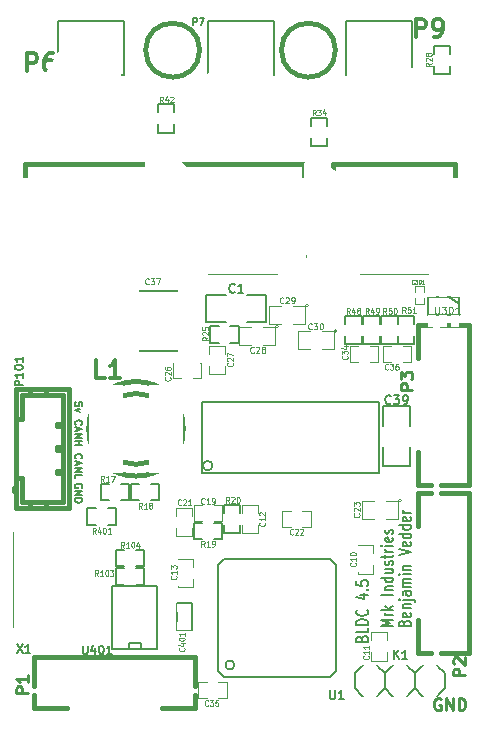
<source format=gto>
%FSLAX46Y46*%
G04 Gerber Fmt 4.6, Leading zero omitted, Abs format (unit mm)*
G04 Created by KiCad (PCBNEW (2014-08-29 BZR 5106)-product) date fre  5 sep 2014 20:51:39*
%MOMM*%
G01*
G04 APERTURE LIST*
%ADD10C,0.150000*%
%ADD11C,0.250000*%
%ADD12C,0.381000*%
%ADD13C,0.066040*%
%ADD14C,0.152400*%
%ADD15C,0.127000*%
%ADD16C,0.119380*%
%ADD17C,0.099060*%
%ADD18C,0.071120*%
%ADD19C,0.175000*%
%ADD20C,0.114300*%
%ADD21C,0.109220*%
%ADD22C,0.304800*%
%ADD23C,0.149860*%
%ADD24C,0.076200*%
%ADD25R,10.800080X8.150860*%
%ADD26R,0.899160X3.200400*%
%ADD27R,1.699260X1.198880*%
%ADD28O,1.699260X1.198880*%
%ADD29O,1.524000X3.048000*%
%ADD30C,4.064000*%
%ADD31R,1.524000X2.032000*%
%ADD32R,1.143000X0.635000*%
%ADD33R,0.635000X1.143000*%
%ADD34R,0.889000X1.397000*%
%ADD35R,1.849120X5.499100*%
%ADD36R,2.032000X1.524000*%
%ADD37R,2.997200X7.498080*%
%ADD38C,1.300480*%
%ADD39R,5.000000X4.000000*%
%ADD40R,0.300000X1.300480*%
%ADD41R,1.300480X0.300000*%
%ADD42R,0.299720X1.501140*%
%ADD43R,7.000240X3.599180*%
%ADD44R,1.500000X0.500000*%
%ADD45R,2.200000X2.400000*%
%ADD46R,2.200000X2.000000*%
%ADD47C,0.900000*%
%ADD48R,0.701040X1.000760*%
%ADD49R,1.399540X0.599440*%
%ADD50R,0.599440X0.398780*%
%ADD51C,0.254000*%
G04 APERTURE END LIST*
D10*
X110652381Y-131776191D02*
X109652381Y-131776191D01*
X110366667Y-131509524D01*
X109652381Y-131242857D01*
X110652381Y-131242857D01*
X110652381Y-130861905D02*
X109985714Y-130861905D01*
X110176190Y-130861905D02*
X110080952Y-130823810D01*
X110033333Y-130785714D01*
X109985714Y-130709524D01*
X109985714Y-130633333D01*
X110652381Y-130366667D02*
X109652381Y-130366667D01*
X110271429Y-130290476D02*
X110652381Y-130061905D01*
X109985714Y-130061905D02*
X110366667Y-130366667D01*
X110652381Y-129109524D02*
X109652381Y-129109524D01*
X109985714Y-128728572D02*
X110652381Y-128728572D01*
X110080952Y-128728572D02*
X110033333Y-128690477D01*
X109985714Y-128614286D01*
X109985714Y-128500000D01*
X110033333Y-128423810D01*
X110128571Y-128385715D01*
X110652381Y-128385715D01*
X110652381Y-127661905D02*
X109652381Y-127661905D01*
X110604762Y-127661905D02*
X110652381Y-127738095D01*
X110652381Y-127890476D01*
X110604762Y-127966667D01*
X110557143Y-128004762D01*
X110461905Y-128042857D01*
X110176190Y-128042857D01*
X110080952Y-128004762D01*
X110033333Y-127966667D01*
X109985714Y-127890476D01*
X109985714Y-127738095D01*
X110033333Y-127661905D01*
X109985714Y-126938095D02*
X110652381Y-126938095D01*
X109985714Y-127280952D02*
X110509524Y-127280952D01*
X110604762Y-127242857D01*
X110652381Y-127166666D01*
X110652381Y-127052380D01*
X110604762Y-126976190D01*
X110557143Y-126938095D01*
X110604762Y-126595237D02*
X110652381Y-126519047D01*
X110652381Y-126366666D01*
X110604762Y-126290475D01*
X110509524Y-126252380D01*
X110461905Y-126252380D01*
X110366667Y-126290475D01*
X110319048Y-126366666D01*
X110319048Y-126480951D01*
X110271429Y-126557142D01*
X110176190Y-126595237D01*
X110128571Y-126595237D01*
X110033333Y-126557142D01*
X109985714Y-126480951D01*
X109985714Y-126366666D01*
X110033333Y-126290475D01*
X109985714Y-126023809D02*
X109985714Y-125719047D01*
X109652381Y-125909523D02*
X110509524Y-125909523D01*
X110604762Y-125871428D01*
X110652381Y-125795237D01*
X110652381Y-125719047D01*
X110652381Y-125452380D02*
X109985714Y-125452380D01*
X110176190Y-125452380D02*
X110080952Y-125414285D01*
X110033333Y-125376189D01*
X109985714Y-125299999D01*
X109985714Y-125223808D01*
X110652381Y-124957142D02*
X109985714Y-124957142D01*
X109652381Y-124957142D02*
X109700000Y-124995237D01*
X109747619Y-124957142D01*
X109700000Y-124919047D01*
X109652381Y-124957142D01*
X109747619Y-124957142D01*
X110604762Y-124271428D02*
X110652381Y-124347618D01*
X110652381Y-124499999D01*
X110604762Y-124576190D01*
X110509524Y-124614285D01*
X110128571Y-124614285D01*
X110033333Y-124576190D01*
X109985714Y-124499999D01*
X109985714Y-124347618D01*
X110033333Y-124271428D01*
X110128571Y-124233333D01*
X110223810Y-124233333D01*
X110319048Y-124614285D01*
X110604762Y-123928571D02*
X110652381Y-123852381D01*
X110652381Y-123700000D01*
X110604762Y-123623809D01*
X110509524Y-123585714D01*
X110461905Y-123585714D01*
X110366667Y-123623809D01*
X110319048Y-123700000D01*
X110319048Y-123814285D01*
X110271429Y-123890476D01*
X110176190Y-123928571D01*
X110128571Y-123928571D01*
X110033333Y-123890476D01*
X109985714Y-123814285D01*
X109985714Y-123700000D01*
X110033333Y-123623809D01*
X84328571Y-113114285D02*
X84328571Y-112828571D01*
X84042857Y-112800000D01*
X84071429Y-112828571D01*
X84100000Y-112885714D01*
X84100000Y-113028571D01*
X84071429Y-113085714D01*
X84042857Y-113114285D01*
X83985714Y-113142857D01*
X83842857Y-113142857D01*
X83785714Y-113114285D01*
X83757143Y-113085714D01*
X83728571Y-113028571D01*
X83728571Y-112885714D01*
X83757143Y-112828571D01*
X83785714Y-112800000D01*
X84128571Y-113342857D02*
X83728571Y-113485714D01*
X84128571Y-113628572D01*
X83785714Y-114700000D02*
X83757143Y-114671429D01*
X83728571Y-114585715D01*
X83728571Y-114528572D01*
X83757143Y-114442857D01*
X83814286Y-114385715D01*
X83871429Y-114357143D01*
X83985714Y-114328572D01*
X84071429Y-114328572D01*
X84185714Y-114357143D01*
X84242857Y-114385715D01*
X84300000Y-114442857D01*
X84328571Y-114528572D01*
X84328571Y-114585715D01*
X84300000Y-114671429D01*
X84271429Y-114700000D01*
X83900000Y-114928572D02*
X83900000Y-115214286D01*
X83728571Y-114871429D02*
X84328571Y-115071429D01*
X83728571Y-115271429D01*
X83728571Y-115471429D02*
X84328571Y-115471429D01*
X83728571Y-115814286D01*
X84328571Y-115814286D01*
X83728571Y-116100000D02*
X84328571Y-116100000D01*
X84042857Y-116100000D02*
X84042857Y-116442857D01*
X83728571Y-116442857D02*
X84328571Y-116442857D01*
X83785714Y-117571429D02*
X83757143Y-117542858D01*
X83728571Y-117457144D01*
X83728571Y-117400001D01*
X83757143Y-117314286D01*
X83814286Y-117257144D01*
X83871429Y-117228572D01*
X83985714Y-117200001D01*
X84071429Y-117200001D01*
X84185714Y-117228572D01*
X84242857Y-117257144D01*
X84300000Y-117314286D01*
X84328571Y-117400001D01*
X84328571Y-117457144D01*
X84300000Y-117542858D01*
X84271429Y-117571429D01*
X83900000Y-117800001D02*
X83900000Y-118085715D01*
X83728571Y-117742858D02*
X84328571Y-117942858D01*
X83728571Y-118142858D01*
X83728571Y-118342858D02*
X84328571Y-118342858D01*
X83728571Y-118685715D01*
X84328571Y-118685715D01*
X83728571Y-119257143D02*
X83728571Y-118971429D01*
X84328571Y-118971429D01*
X84300000Y-120042858D02*
X84328571Y-119985715D01*
X84328571Y-119900001D01*
X84300000Y-119814286D01*
X84242857Y-119757144D01*
X84185714Y-119728572D01*
X84071429Y-119700001D01*
X83985714Y-119700001D01*
X83871429Y-119728572D01*
X83814286Y-119757144D01*
X83757143Y-119814286D01*
X83728571Y-119900001D01*
X83728571Y-119957144D01*
X83757143Y-120042858D01*
X83785714Y-120071429D01*
X83985714Y-120071429D01*
X83985714Y-119957144D01*
X83728571Y-120328572D02*
X84328571Y-120328572D01*
X83728571Y-120671429D01*
X84328571Y-120671429D01*
X83728571Y-120957143D02*
X84328571Y-120957143D01*
X84328571Y-121100000D01*
X84300000Y-121185715D01*
X84242857Y-121242857D01*
X84185714Y-121271429D01*
X84071429Y-121300000D01*
X83985714Y-121300000D01*
X83871429Y-121271429D01*
X83814286Y-121242857D01*
X83757143Y-121185715D01*
X83728571Y-121100000D01*
X83728571Y-120957143D01*
D11*
X114688096Y-137926000D02*
X114592858Y-137878381D01*
X114450001Y-137878381D01*
X114307143Y-137926000D01*
X114211905Y-138021238D01*
X114164286Y-138116476D01*
X114116667Y-138306952D01*
X114116667Y-138449810D01*
X114164286Y-138640286D01*
X114211905Y-138735524D01*
X114307143Y-138830762D01*
X114450001Y-138878381D01*
X114545239Y-138878381D01*
X114688096Y-138830762D01*
X114735715Y-138783143D01*
X114735715Y-138449810D01*
X114545239Y-138449810D01*
X115164286Y-138878381D02*
X115164286Y-137878381D01*
X115735715Y-138878381D01*
X115735715Y-137878381D01*
X116211905Y-138878381D02*
X116211905Y-137878381D01*
X116450000Y-137878381D01*
X116592858Y-137926000D01*
X116688096Y-138021238D01*
X116735715Y-138116476D01*
X116783334Y-138306952D01*
X116783334Y-138449810D01*
X116735715Y-138640286D01*
X116688096Y-138735524D01*
X116592858Y-138830762D01*
X116450000Y-138878381D01*
X116211905Y-138878381D01*
D10*
X111628571Y-131490476D02*
X111676190Y-131376190D01*
X111723810Y-131338095D01*
X111819048Y-131300000D01*
X111961905Y-131300000D01*
X112057143Y-131338095D01*
X112104762Y-131376190D01*
X112152381Y-131452381D01*
X112152381Y-131757143D01*
X111152381Y-131757143D01*
X111152381Y-131490476D01*
X111200000Y-131414286D01*
X111247619Y-131376190D01*
X111342857Y-131338095D01*
X111438095Y-131338095D01*
X111533333Y-131376190D01*
X111580952Y-131414286D01*
X111628571Y-131490476D01*
X111628571Y-131757143D01*
X112104762Y-130652381D02*
X112152381Y-130728571D01*
X112152381Y-130880952D01*
X112104762Y-130957143D01*
X112009524Y-130995238D01*
X111628571Y-130995238D01*
X111533333Y-130957143D01*
X111485714Y-130880952D01*
X111485714Y-130728571D01*
X111533333Y-130652381D01*
X111628571Y-130614286D01*
X111723810Y-130614286D01*
X111819048Y-130995238D01*
X111485714Y-130271429D02*
X112152381Y-130271429D01*
X111580952Y-130271429D02*
X111533333Y-130233334D01*
X111485714Y-130157143D01*
X111485714Y-130042857D01*
X111533333Y-129966667D01*
X111628571Y-129928572D01*
X112152381Y-129928572D01*
X111485714Y-129547619D02*
X112342857Y-129547619D01*
X112438095Y-129585714D01*
X112485714Y-129661905D01*
X112485714Y-129700000D01*
X111152381Y-129547619D02*
X111200000Y-129585714D01*
X111247619Y-129547619D01*
X111200000Y-129509524D01*
X111152381Y-129547619D01*
X111247619Y-129547619D01*
X112152381Y-128823810D02*
X111628571Y-128823810D01*
X111533333Y-128861905D01*
X111485714Y-128938095D01*
X111485714Y-129090476D01*
X111533333Y-129166667D01*
X112104762Y-128823810D02*
X112152381Y-128900000D01*
X112152381Y-129090476D01*
X112104762Y-129166667D01*
X112009524Y-129204762D01*
X111914286Y-129204762D01*
X111819048Y-129166667D01*
X111771429Y-129090476D01*
X111771429Y-128900000D01*
X111723810Y-128823810D01*
X112152381Y-128442857D02*
X111485714Y-128442857D01*
X111580952Y-128442857D02*
X111533333Y-128404762D01*
X111485714Y-128328571D01*
X111485714Y-128214285D01*
X111533333Y-128138095D01*
X111628571Y-128100000D01*
X112152381Y-128100000D01*
X111628571Y-128100000D02*
X111533333Y-128061904D01*
X111485714Y-127985714D01*
X111485714Y-127871428D01*
X111533333Y-127795238D01*
X111628571Y-127757143D01*
X112152381Y-127757143D01*
X112152381Y-127376190D02*
X111485714Y-127376190D01*
X111152381Y-127376190D02*
X111200000Y-127414285D01*
X111247619Y-127376190D01*
X111200000Y-127338095D01*
X111152381Y-127376190D01*
X111247619Y-127376190D01*
X111485714Y-126995238D02*
X112152381Y-126995238D01*
X111580952Y-126995238D02*
X111533333Y-126957143D01*
X111485714Y-126880952D01*
X111485714Y-126766666D01*
X111533333Y-126690476D01*
X111628571Y-126652381D01*
X112152381Y-126652381D01*
X111152381Y-125776190D02*
X112152381Y-125509523D01*
X111152381Y-125242856D01*
X112104762Y-124671428D02*
X112152381Y-124747618D01*
X112152381Y-124899999D01*
X112104762Y-124976190D01*
X112009524Y-125014285D01*
X111628571Y-125014285D01*
X111533333Y-124976190D01*
X111485714Y-124899999D01*
X111485714Y-124747618D01*
X111533333Y-124671428D01*
X111628571Y-124633333D01*
X111723810Y-124633333D01*
X111819048Y-125014285D01*
X112152381Y-123947619D02*
X111152381Y-123947619D01*
X112104762Y-123947619D02*
X112152381Y-124023809D01*
X112152381Y-124176190D01*
X112104762Y-124252381D01*
X112057143Y-124290476D01*
X111961905Y-124328571D01*
X111676190Y-124328571D01*
X111580952Y-124290476D01*
X111533333Y-124252381D01*
X111485714Y-124176190D01*
X111485714Y-124023809D01*
X111533333Y-123947619D01*
X112152381Y-123223809D02*
X111152381Y-123223809D01*
X112104762Y-123223809D02*
X112152381Y-123299999D01*
X112152381Y-123452380D01*
X112104762Y-123528571D01*
X112057143Y-123566666D01*
X111961905Y-123604761D01*
X111676190Y-123604761D01*
X111580952Y-123566666D01*
X111533333Y-123528571D01*
X111485714Y-123452380D01*
X111485714Y-123299999D01*
X111533333Y-123223809D01*
X112104762Y-122538094D02*
X112152381Y-122614284D01*
X112152381Y-122766665D01*
X112104762Y-122842856D01*
X112009524Y-122880951D01*
X111628571Y-122880951D01*
X111533333Y-122842856D01*
X111485714Y-122766665D01*
X111485714Y-122614284D01*
X111533333Y-122538094D01*
X111628571Y-122499999D01*
X111723810Y-122499999D01*
X111819048Y-122880951D01*
X112152381Y-122157142D02*
X111485714Y-122157142D01*
X111676190Y-122157142D02*
X111580952Y-122119047D01*
X111533333Y-122080951D01*
X111485714Y-122004761D01*
X111485714Y-121928570D01*
X108028571Y-132823809D02*
X108076190Y-132709523D01*
X108123810Y-132671428D01*
X108219048Y-132633333D01*
X108361905Y-132633333D01*
X108457143Y-132671428D01*
X108504762Y-132709523D01*
X108552381Y-132785714D01*
X108552381Y-133090476D01*
X107552381Y-133090476D01*
X107552381Y-132823809D01*
X107600000Y-132747619D01*
X107647619Y-132709523D01*
X107742857Y-132671428D01*
X107838095Y-132671428D01*
X107933333Y-132709523D01*
X107980952Y-132747619D01*
X108028571Y-132823809D01*
X108028571Y-133090476D01*
X108552381Y-131909523D02*
X108552381Y-132290476D01*
X107552381Y-132290476D01*
X108552381Y-131642857D02*
X107552381Y-131642857D01*
X107552381Y-131452381D01*
X107600000Y-131338095D01*
X107695238Y-131261904D01*
X107790476Y-131223809D01*
X107980952Y-131185714D01*
X108123810Y-131185714D01*
X108314286Y-131223809D01*
X108409524Y-131261904D01*
X108504762Y-131338095D01*
X108552381Y-131452381D01*
X108552381Y-131642857D01*
X108457143Y-130385714D02*
X108504762Y-130423809D01*
X108552381Y-130538095D01*
X108552381Y-130614285D01*
X108504762Y-130728571D01*
X108409524Y-130804762D01*
X108314286Y-130842857D01*
X108123810Y-130880952D01*
X107980952Y-130880952D01*
X107790476Y-130842857D01*
X107695238Y-130804762D01*
X107600000Y-130728571D01*
X107552381Y-130614285D01*
X107552381Y-130538095D01*
X107600000Y-130423809D01*
X107647619Y-130385714D01*
X107885714Y-129090476D02*
X108552381Y-129090476D01*
X107504762Y-129280952D02*
X108219048Y-129471428D01*
X108219048Y-128976190D01*
X108457143Y-128671428D02*
X108504762Y-128633333D01*
X108552381Y-128671428D01*
X108504762Y-128709523D01*
X108457143Y-128671428D01*
X108552381Y-128671428D01*
X107552381Y-127909523D02*
X107552381Y-128290476D01*
X108028571Y-128328571D01*
X107980952Y-128290476D01*
X107933333Y-128214285D01*
X107933333Y-128023809D01*
X107980952Y-127947619D01*
X108028571Y-127909523D01*
X108123810Y-127871428D01*
X108361905Y-127871428D01*
X108457143Y-127909523D01*
X108504762Y-127947619D01*
X108552381Y-128023809D01*
X108552381Y-128214285D01*
X108504762Y-128290476D01*
X108457143Y-128328571D01*
D12*
X79509620Y-92649040D02*
X89908380Y-92649040D01*
X89908380Y-92649040D02*
X89908380Y-100446840D01*
X89908380Y-100446840D02*
X87508080Y-101747320D01*
X87508080Y-101747320D02*
X81909920Y-101747320D01*
X81909920Y-101747320D02*
X79509620Y-100446840D01*
X79509620Y-100446840D02*
X79509620Y-92649040D01*
X82250860Y-116626940D02*
X82751240Y-116626940D01*
X82250860Y-116825060D02*
X82250860Y-116626940D01*
X82751240Y-116825060D02*
X82250860Y-116825060D01*
X83249080Y-121727260D02*
X83249080Y-111724740D01*
X82751240Y-112225120D02*
X82751240Y-121226880D01*
X78750740Y-121727260D02*
X78750740Y-111724740D01*
X82250860Y-118628460D02*
X82751240Y-118628460D01*
X82250860Y-118826580D02*
X82250860Y-118628460D01*
X82751240Y-118826580D02*
X82250860Y-118826580D01*
X82751240Y-114826080D02*
X82250860Y-114826080D01*
X82250860Y-114826080D02*
X82250860Y-114627960D01*
X82250860Y-114627960D02*
X82751240Y-114627960D01*
X79949620Y-111724740D02*
X79949620Y-112225120D01*
X81250100Y-112225120D02*
X81250100Y-111724740D01*
X81250100Y-121226880D02*
X81250100Y-121727260D01*
X79949620Y-121226880D02*
X79949620Y-121727260D01*
X78750740Y-119227900D02*
X79251120Y-119227900D01*
X79251120Y-119227900D02*
X79251120Y-121226880D01*
X79251120Y-121226880D02*
X82751240Y-121226880D01*
X82751240Y-112225120D02*
X79251120Y-112225120D01*
X79251120Y-112225120D02*
X79251120Y-114224100D01*
X79251120Y-114224100D02*
X78750740Y-114224100D01*
X78750740Y-121727260D02*
X83249080Y-121727260D01*
X78750740Y-111724740D02*
X83249080Y-111724740D01*
X78750740Y-120028000D02*
X78550080Y-120028000D01*
X78550080Y-120028000D02*
X78550080Y-120327720D01*
X78550080Y-120327720D02*
X78750740Y-120327720D01*
D13*
X110998000Y-136652000D02*
X111506000Y-136652000D01*
X111506000Y-136652000D02*
X111506000Y-136144000D01*
X110998000Y-136144000D02*
X111506000Y-136144000D01*
X110998000Y-136652000D02*
X110998000Y-136144000D01*
X108458000Y-136652000D02*
X108966000Y-136652000D01*
X108966000Y-136652000D02*
X108966000Y-136144000D01*
X108458000Y-136144000D02*
X108966000Y-136144000D01*
X108458000Y-136652000D02*
X108458000Y-136144000D01*
X113538000Y-136652000D02*
X114046000Y-136652000D01*
X114046000Y-136652000D02*
X114046000Y-136144000D01*
X113538000Y-136144000D02*
X114046000Y-136144000D01*
X113538000Y-136652000D02*
X113538000Y-136144000D01*
D14*
X108077000Y-135128000D02*
X109347000Y-135128000D01*
X109347000Y-135128000D02*
X109982000Y-135763000D01*
X109982000Y-135763000D02*
X109982000Y-137033000D01*
X109982000Y-137033000D02*
X109347000Y-137668000D01*
X109982000Y-135763000D02*
X110617000Y-135128000D01*
X110617000Y-135128000D02*
X111887000Y-135128000D01*
X111887000Y-135128000D02*
X112522000Y-135763000D01*
X112522000Y-135763000D02*
X112522000Y-137033000D01*
X112522000Y-137033000D02*
X111887000Y-137668000D01*
X111887000Y-137668000D02*
X110617000Y-137668000D01*
X110617000Y-137668000D02*
X109982000Y-137033000D01*
X107442000Y-135763000D02*
X107442000Y-137033000D01*
X108077000Y-135128000D02*
X107442000Y-135763000D01*
X107442000Y-137033000D02*
X108077000Y-137668000D01*
X109347000Y-137668000D02*
X108077000Y-137668000D01*
X112522000Y-135763000D02*
X113157000Y-135128000D01*
X113157000Y-135128000D02*
X114427000Y-135128000D01*
X114427000Y-135128000D02*
X115062000Y-135763000D01*
X115062000Y-135763000D02*
X115062000Y-137033000D01*
X115062000Y-137033000D02*
X114427000Y-137668000D01*
X114427000Y-137668000D02*
X113157000Y-137668000D01*
X113157000Y-137668000D02*
X112522000Y-137033000D01*
D12*
X94286000Y-83000000D02*
G75*
G03X94286000Y-83000000I-2286000J0D01*
G74*
G01*
X105786000Y-83000000D02*
G75*
G03X105786000Y-83000000I-2286000J0D01*
G74*
G01*
D15*
X94869000Y-103759000D02*
X94869000Y-106045000D01*
X94869000Y-106045000D02*
X96520000Y-106045000D01*
X98298000Y-103759000D02*
X99949000Y-103759000D01*
X99949000Y-103759000D02*
X99949000Y-106045000D01*
X99949000Y-106045000D02*
X98298000Y-106045000D01*
X96520000Y-103759000D02*
X94869000Y-103759000D01*
D16*
X107680760Y-126611380D02*
X107680760Y-127309880D01*
X107680760Y-125610620D02*
X107680760Y-124912120D01*
X108981240Y-126611380D02*
X108981240Y-127309880D01*
X108981240Y-124912120D02*
X108981240Y-125610620D01*
X108966000Y-127309880D02*
X107696000Y-127309880D01*
X107696000Y-124912120D02*
X108966000Y-124912120D01*
X110124240Y-132976620D02*
X110124240Y-132278120D01*
X110124240Y-133977380D02*
X110124240Y-134675880D01*
X108823760Y-132976620D02*
X108823760Y-132278120D01*
X108823760Y-134675880D02*
X108823760Y-133977380D01*
X108839000Y-132278120D02*
X110109000Y-132278120D01*
X110109000Y-134675880D02*
X108839000Y-134675880D01*
X99202240Y-122181620D02*
X99202240Y-121483120D01*
X99202240Y-123182380D02*
X99202240Y-123880880D01*
X97901760Y-122181620D02*
X97901760Y-121483120D01*
X97901760Y-123880880D02*
X97901760Y-123182380D01*
X97917000Y-121483120D02*
X99187000Y-121483120D01*
X99187000Y-123880880D02*
X97917000Y-123880880D01*
X93741240Y-126753620D02*
X93741240Y-126055120D01*
X93741240Y-127754380D02*
X93741240Y-128452880D01*
X92440760Y-126753620D02*
X92440760Y-126055120D01*
X92440760Y-128452880D02*
X92440760Y-127754380D01*
X92456000Y-126055120D02*
X93726000Y-126055120D01*
X93726000Y-128452880D02*
X92456000Y-128452880D01*
X95496380Y-122824240D02*
X96194880Y-122824240D01*
X94495620Y-122824240D02*
X93797120Y-122824240D01*
X95496380Y-121523760D02*
X96194880Y-121523760D01*
X93797120Y-121523760D02*
X94495620Y-121523760D01*
X96194880Y-121539000D02*
X96194880Y-122809000D01*
X93797120Y-122809000D02*
X93797120Y-121539000D01*
X92313760Y-123436380D02*
X92313760Y-124134880D01*
X92313760Y-122435620D02*
X92313760Y-121737120D01*
X93614240Y-123436380D02*
X93614240Y-124134880D01*
X93614240Y-121737120D02*
X93614240Y-122435620D01*
X93599000Y-124134880D02*
X92329000Y-124134880D01*
X92329000Y-121737120D02*
X93599000Y-121737120D01*
X102989380Y-123332240D02*
X103687880Y-123332240D01*
X101988620Y-123332240D02*
X101290120Y-123332240D01*
X102989380Y-122031760D02*
X103687880Y-122031760D01*
X101290120Y-122031760D02*
X101988620Y-122031760D01*
X103687880Y-122047000D02*
X103687880Y-123317000D01*
X101290120Y-123317000D02*
X101290120Y-122047000D01*
D17*
X111379000Y-121158000D02*
G75*
G03X111379000Y-121158000I-127000J0D01*
G74*
G01*
X110109000Y-121158000D02*
X111125000Y-121158000D01*
X111125000Y-121158000D02*
X111125000Y-122682000D01*
X111125000Y-122682000D02*
X110109000Y-122682000D01*
X109093000Y-122682000D02*
X108077000Y-122682000D01*
X108077000Y-122682000D02*
X108077000Y-121158000D01*
X108077000Y-121158000D02*
X109093000Y-121158000D01*
D16*
X93718380Y-110759240D02*
X94416880Y-110759240D01*
X92717620Y-110759240D02*
X92019120Y-110759240D01*
X93718380Y-109458760D02*
X94416880Y-109458760D01*
X92019120Y-109458760D02*
X92717620Y-109458760D01*
X94416880Y-109474000D02*
X94416880Y-110744000D01*
X92019120Y-110744000D02*
X92019120Y-109474000D01*
X95107760Y-109720380D02*
X95107760Y-110418880D01*
X95107760Y-108719620D02*
X95107760Y-108021120D01*
X96408240Y-109720380D02*
X96408240Y-110418880D01*
X96408240Y-108021120D02*
X96408240Y-108719620D01*
X96393000Y-110418880D02*
X95123000Y-110418880D01*
X95123000Y-108021120D02*
X96393000Y-108021120D01*
D17*
X100965000Y-106426000D02*
G75*
G03X100965000Y-106426000I-127000J0D01*
G74*
G01*
X99695000Y-106426000D02*
X100711000Y-106426000D01*
X100711000Y-106426000D02*
X100711000Y-107950000D01*
X100711000Y-107950000D02*
X99695000Y-107950000D01*
X98679000Y-107950000D02*
X97663000Y-107950000D01*
X97663000Y-107950000D02*
X97663000Y-106426000D01*
X97663000Y-106426000D02*
X98679000Y-106426000D01*
X103505000Y-104648000D02*
G75*
G03X103505000Y-104648000I-127000J0D01*
G74*
G01*
X102235000Y-104648000D02*
X103251000Y-104648000D01*
X103251000Y-104648000D02*
X103251000Y-106172000D01*
X103251000Y-106172000D02*
X102235000Y-106172000D01*
X101219000Y-106172000D02*
X100203000Y-106172000D01*
X100203000Y-106172000D02*
X100203000Y-104648000D01*
X100203000Y-104648000D02*
X101219000Y-104648000D01*
X105918000Y-106807000D02*
G75*
G03X105918000Y-106807000I-127000J0D01*
G74*
G01*
X104648000Y-106807000D02*
X105664000Y-106807000D01*
X105664000Y-106807000D02*
X105664000Y-108331000D01*
X105664000Y-108331000D02*
X104648000Y-108331000D01*
X103632000Y-108331000D02*
X102616000Y-108331000D01*
X102616000Y-108331000D02*
X102616000Y-106807000D01*
X102616000Y-106807000D02*
X103632000Y-106807000D01*
D16*
X108704380Y-109362240D02*
X109402880Y-109362240D01*
X107703620Y-109362240D02*
X107005120Y-109362240D01*
X108704380Y-108061760D02*
X109402880Y-108061760D01*
X107005120Y-108061760D02*
X107703620Y-108061760D01*
X109402880Y-108077000D02*
X109402880Y-109347000D01*
X107005120Y-109347000D02*
X107005120Y-108077000D01*
X95877380Y-137810240D02*
X96575880Y-137810240D01*
X94876620Y-137810240D02*
X94178120Y-137810240D01*
X95877380Y-136509760D02*
X96575880Y-136509760D01*
X94178120Y-136509760D02*
X94876620Y-136509760D01*
X96575880Y-136525000D02*
X96575880Y-137795000D01*
X94178120Y-137795000D02*
X94178120Y-136525000D01*
X111498380Y-109362240D02*
X112196880Y-109362240D01*
X110497620Y-109362240D02*
X109799120Y-109362240D01*
X111498380Y-108061760D02*
X112196880Y-108061760D01*
X109799120Y-108061760D02*
X110497620Y-108061760D01*
X112196880Y-108077000D02*
X112196880Y-109347000D01*
X109799120Y-109347000D02*
X109799120Y-108077000D01*
D15*
X92964000Y-103378000D02*
X92964000Y-108458000D01*
X88646000Y-103378000D02*
X88646000Y-108458000D01*
X88011000Y-103378000D02*
X93599000Y-103378000D01*
X93599000Y-103378000D02*
X93599000Y-108458000D01*
X93599000Y-108458000D02*
X88011000Y-108458000D01*
X88011000Y-108458000D02*
X88011000Y-103378000D01*
X109855000Y-118237000D02*
X112141000Y-118237000D01*
X112141000Y-118237000D02*
X112141000Y-116586000D01*
X109855000Y-114808000D02*
X109855000Y-113157000D01*
X109855000Y-113157000D02*
X112141000Y-113157000D01*
X112141000Y-113157000D02*
X112141000Y-114808000D01*
X109855000Y-116586000D02*
X109855000Y-118237000D01*
D12*
X91899740Y-115062000D02*
G75*
G03X91899740Y-115062000I-2999740J0D01*
G74*
G01*
X86598760Y-111861600D02*
X86598760Y-118262400D01*
X91201240Y-118262400D02*
X91201240Y-111861600D01*
X92900500Y-115062000D02*
G75*
G03X92900500Y-115062000I-4000500J0D01*
G74*
G01*
X93899580Y-138701140D02*
X93899580Y-137598780D01*
X93899580Y-134400920D02*
X93899580Y-136801220D01*
X80300420Y-138701140D02*
X80300420Y-137598780D01*
X80300420Y-134400920D02*
X80300420Y-136801220D01*
X83099500Y-138701140D02*
X80300420Y-138701140D01*
X80300420Y-134400920D02*
X93899580Y-134400920D01*
X93899580Y-138701140D02*
X91100500Y-138701140D01*
X112798860Y-134053580D02*
X113901220Y-134053580D01*
X117099080Y-134053580D02*
X114698780Y-134053580D01*
X112798860Y-120454420D02*
X113901220Y-120454420D01*
X117099080Y-120454420D02*
X114698780Y-120454420D01*
X112798860Y-123253500D02*
X112798860Y-120454420D01*
X117099080Y-120454420D02*
X117099080Y-134053580D01*
X112798860Y-134053580D02*
X112798860Y-131254500D01*
X112798860Y-119829580D02*
X113901220Y-119829580D01*
X117099080Y-119829580D02*
X114698780Y-119829580D01*
X112798860Y-106230420D02*
X113901220Y-106230420D01*
X117099080Y-106230420D02*
X114698780Y-106230420D01*
X112798860Y-109029500D02*
X112798860Y-106230420D01*
X117099080Y-106230420D02*
X117099080Y-119829580D01*
X112798860Y-119829580D02*
X112798860Y-117030500D01*
D10*
X82290000Y-85104000D02*
X82290000Y-80504000D01*
X82290000Y-80504000D02*
X87890000Y-80504000D01*
X87890000Y-80504000D02*
X87890000Y-85104000D01*
X87890000Y-85104000D02*
X82290000Y-85104000D01*
X94990000Y-85104000D02*
X94990000Y-80504000D01*
X94990000Y-80504000D02*
X100590000Y-80504000D01*
X100590000Y-80504000D02*
X100590000Y-85104000D01*
X100590000Y-85104000D02*
X94990000Y-85104000D01*
X106674000Y-85104000D02*
X106674000Y-80504000D01*
X106674000Y-80504000D02*
X112274000Y-80504000D01*
X112274000Y-80504000D02*
X112274000Y-85104000D01*
X112274000Y-85104000D02*
X106674000Y-85104000D01*
D12*
X105544620Y-92649040D02*
X115943380Y-92649040D01*
X115943380Y-92649040D02*
X115943380Y-100446840D01*
X115943380Y-100446840D02*
X113543080Y-101747320D01*
X113543080Y-101747320D02*
X107944920Y-101747320D01*
X107944920Y-101747320D02*
X105544620Y-100446840D01*
X105544620Y-100446840D02*
X105544620Y-92649040D01*
X92717620Y-92649040D02*
X103116380Y-92649040D01*
X103116380Y-92649040D02*
X103116380Y-100446840D01*
X103116380Y-100446840D02*
X100716080Y-101747320D01*
X100716080Y-101747320D02*
X95117920Y-101747320D01*
X95117920Y-101747320D02*
X92717620Y-100446840D01*
X92717620Y-100446840D02*
X92717620Y-92649040D01*
D15*
X86621620Y-119697500D02*
X85915500Y-119697500D01*
X85915500Y-119697500D02*
X85915500Y-121094500D01*
X85915500Y-121094500D02*
X86621620Y-121094500D01*
X88328500Y-119697500D02*
X87622380Y-119697500D01*
X88328500Y-119697500D02*
X88328500Y-121094500D01*
X88328500Y-121094500D02*
X87622380Y-121094500D01*
X89161620Y-119697500D02*
X88455500Y-119697500D01*
X88455500Y-119697500D02*
X88455500Y-121094500D01*
X88455500Y-121094500D02*
X89161620Y-121094500D01*
X90868500Y-119697500D02*
X90162380Y-119697500D01*
X90868500Y-119697500D02*
X90868500Y-121094500D01*
X90868500Y-121094500D02*
X90162380Y-121094500D01*
X94495620Y-122999500D02*
X93789500Y-122999500D01*
X93789500Y-122999500D02*
X93789500Y-124396500D01*
X93789500Y-124396500D02*
X94495620Y-124396500D01*
X96202500Y-122999500D02*
X95496380Y-122999500D01*
X96202500Y-122999500D02*
X96202500Y-124396500D01*
X96202500Y-124396500D02*
X95496380Y-124396500D01*
X97726500Y-122181620D02*
X97726500Y-121475500D01*
X97726500Y-121475500D02*
X96329500Y-121475500D01*
X96329500Y-121475500D02*
X96329500Y-122181620D01*
X97726500Y-123888500D02*
X97726500Y-123182380D01*
X97726500Y-123888500D02*
X96329500Y-123888500D01*
X96329500Y-123888500D02*
X96329500Y-123182380D01*
X95892620Y-106362500D02*
X95186500Y-106362500D01*
X95186500Y-106362500D02*
X95186500Y-107759500D01*
X95186500Y-107759500D02*
X95892620Y-107759500D01*
X97599500Y-106362500D02*
X96893380Y-106362500D01*
X97599500Y-106362500D02*
X97599500Y-107759500D01*
X97599500Y-107759500D02*
X96893380Y-107759500D01*
X114109500Y-84320380D02*
X114109500Y-85026500D01*
X114109500Y-85026500D02*
X115506500Y-85026500D01*
X115506500Y-85026500D02*
X115506500Y-84320380D01*
X114109500Y-82613500D02*
X114109500Y-83319620D01*
X114109500Y-82613500D02*
X115506500Y-82613500D01*
X115506500Y-82613500D02*
X115506500Y-83319620D01*
X105092500Y-89415620D02*
X105092500Y-88709500D01*
X105092500Y-88709500D02*
X103695500Y-88709500D01*
X103695500Y-88709500D02*
X103695500Y-89415620D01*
X105092500Y-91122500D02*
X105092500Y-90416380D01*
X105092500Y-91122500D02*
X103695500Y-91122500D01*
X103695500Y-91122500D02*
X103695500Y-90416380D01*
X92138500Y-88272620D02*
X92138500Y-87566500D01*
X92138500Y-87566500D02*
X90741500Y-87566500D01*
X90741500Y-87566500D02*
X90741500Y-88272620D01*
X92138500Y-89979500D02*
X92138500Y-89273380D01*
X92138500Y-89979500D02*
X90741500Y-89979500D01*
X90741500Y-89979500D02*
X90741500Y-89273380D01*
X108013500Y-106179620D02*
X108013500Y-105473500D01*
X108013500Y-105473500D02*
X106616500Y-105473500D01*
X106616500Y-105473500D02*
X106616500Y-106179620D01*
X108013500Y-107886500D02*
X108013500Y-107180380D01*
X108013500Y-107886500D02*
X106616500Y-107886500D01*
X106616500Y-107886500D02*
X106616500Y-107180380D01*
X109537500Y-106179620D02*
X109537500Y-105473500D01*
X109537500Y-105473500D02*
X108140500Y-105473500D01*
X108140500Y-105473500D02*
X108140500Y-106179620D01*
X109537500Y-107886500D02*
X109537500Y-107180380D01*
X109537500Y-107886500D02*
X108140500Y-107886500D01*
X108140500Y-107886500D02*
X108140500Y-107180380D01*
X111061500Y-106179620D02*
X111061500Y-105473500D01*
X111061500Y-105473500D02*
X109664500Y-105473500D01*
X109664500Y-105473500D02*
X109664500Y-106179620D01*
X111061500Y-107886500D02*
X111061500Y-107180380D01*
X111061500Y-107886500D02*
X109664500Y-107886500D01*
X109664500Y-107886500D02*
X109664500Y-107180380D01*
X112458500Y-106179620D02*
X112458500Y-105473500D01*
X112458500Y-105473500D02*
X111061500Y-105473500D01*
X111061500Y-105473500D02*
X111061500Y-106179620D01*
X112458500Y-107886500D02*
X112458500Y-107180380D01*
X112458500Y-107886500D02*
X111061500Y-107886500D01*
X111061500Y-107886500D02*
X111061500Y-107180380D01*
X105333800Y-136067800D02*
X96342200Y-136067800D01*
X105841800Y-135559800D02*
X105841800Y-126568200D01*
X96342200Y-126060200D02*
X105333800Y-126060200D01*
X95834200Y-135559800D02*
X95834200Y-126568200D01*
X97231200Y-135051800D02*
G75*
G03X97231200Y-135051800I-381000J0D01*
G74*
G01*
X96342200Y-136067800D02*
X95834200Y-135559800D01*
X105841800Y-135559800D02*
X105333800Y-136067800D01*
X105333800Y-126060200D02*
X105841800Y-126568200D01*
X95834200Y-126568200D02*
X96342200Y-126060200D01*
X94457520Y-118823740D02*
X109456220Y-118823740D01*
X109456220Y-112824260D02*
X94457520Y-112824260D01*
X109456220Y-112824260D02*
X109456220Y-118823740D01*
X94457520Y-118823740D02*
X94457520Y-112824260D01*
X95379738Y-118181120D02*
G75*
G03X95379738Y-118181120I-406598J0D01*
G74*
G01*
D17*
X78450000Y-123800000D02*
X78450000Y-131800000D01*
D15*
X93635000Y-129807000D02*
X93635000Y-132093000D01*
X93635000Y-132093000D02*
X92365000Y-132093000D01*
X92365000Y-132093000D02*
X92365000Y-129807000D01*
X92365000Y-129807000D02*
X93635000Y-129807000D01*
X88900380Y-128248500D02*
X89606500Y-128248500D01*
X89606500Y-128248500D02*
X89606500Y-126851500D01*
X89606500Y-126851500D02*
X88900380Y-126851500D01*
X87193500Y-128248500D02*
X87899620Y-128248500D01*
X87193500Y-128248500D02*
X87193500Y-126851500D01*
X87193500Y-126851500D02*
X87899620Y-126851500D01*
X88900380Y-126698500D02*
X89606500Y-126698500D01*
X89606500Y-126698500D02*
X89606500Y-125301500D01*
X89606500Y-125301500D02*
X88900380Y-125301500D01*
X87193500Y-126698500D02*
X87899620Y-126698500D01*
X87193500Y-126698500D02*
X87193500Y-125301500D01*
X87193500Y-125301500D02*
X87899620Y-125301500D01*
X86500380Y-123198500D02*
X87206500Y-123198500D01*
X87206500Y-123198500D02*
X87206500Y-121801500D01*
X87206500Y-121801500D02*
X86500380Y-121801500D01*
X84793500Y-123198500D02*
X85499620Y-123198500D01*
X84793500Y-123198500D02*
X84793500Y-121801500D01*
X84793500Y-121801500D02*
X85499620Y-121801500D01*
X115443000Y-103886000D02*
X116205000Y-104394000D01*
X113665000Y-103886000D02*
X116268500Y-103886000D01*
X116268500Y-103886000D02*
X116268500Y-105410000D01*
X116268500Y-105410000D02*
X113665000Y-105410000D01*
X113665000Y-105410000D02*
X113665000Y-103886000D01*
X90578000Y-133717000D02*
X90705000Y-133717000D01*
X90705000Y-133717000D02*
X90705000Y-128383000D01*
X86895000Y-128383000D02*
X86895000Y-133717000D01*
X86895000Y-133717000D02*
X90578000Y-133717000D01*
X88292000Y-133717000D02*
X88292000Y-133209000D01*
X88292000Y-133209000D02*
X89308000Y-133209000D01*
X89308000Y-133209000D02*
X89308000Y-133717000D01*
X86895000Y-128383000D02*
X90705000Y-128383000D01*
D18*
X113284000Y-103505000D02*
X113284000Y-102997000D01*
X113284000Y-102997000D02*
X112522000Y-102997000D01*
X112522000Y-102997000D02*
X112522000Y-103505000D01*
X113284000Y-104013000D02*
X113284000Y-104521000D01*
X113284000Y-104521000D02*
X112522000Y-104521000D01*
X112522000Y-104521000D02*
X112522000Y-104013000D01*
D19*
X79316667Y-111383333D02*
X78616667Y-111383333D01*
X78616667Y-111116667D01*
X78650000Y-111050000D01*
X78683333Y-111016667D01*
X78750000Y-110983333D01*
X78850000Y-110983333D01*
X78916667Y-111016667D01*
X78950000Y-111050000D01*
X78983333Y-111116667D01*
X78983333Y-111383333D01*
X79316667Y-110316667D02*
X79316667Y-110716667D01*
X79316667Y-110516667D02*
X78616667Y-110516667D01*
X78716667Y-110583333D01*
X78783333Y-110650000D01*
X78816667Y-110716667D01*
X78616667Y-109883333D02*
X78616667Y-109816666D01*
X78650000Y-109750000D01*
X78683333Y-109716666D01*
X78750000Y-109683333D01*
X78883333Y-109650000D01*
X79050000Y-109650000D01*
X79183333Y-109683333D01*
X79250000Y-109716666D01*
X79283333Y-109750000D01*
X79316667Y-109816666D01*
X79316667Y-109883333D01*
X79283333Y-109950000D01*
X79250000Y-109983333D01*
X79183333Y-110016666D01*
X79050000Y-110050000D01*
X78883333Y-110050000D01*
X78750000Y-110016666D01*
X78683333Y-109983333D01*
X78650000Y-109950000D01*
X78616667Y-109883333D01*
X79316667Y-108983333D02*
X79316667Y-109383333D01*
X79316667Y-109183333D02*
X78616667Y-109183333D01*
X78716667Y-109249999D01*
X78783333Y-109316666D01*
X78816667Y-109383333D01*
X110783334Y-134516667D02*
X110783334Y-133816667D01*
X111183334Y-134516667D02*
X110883334Y-134116667D01*
X111183334Y-133816667D02*
X110783334Y-134216667D01*
X111850000Y-134516667D02*
X111450000Y-134516667D01*
X111650000Y-134516667D02*
X111650000Y-133816667D01*
X111583334Y-133916667D01*
X111516667Y-133983333D01*
X111450000Y-134016667D01*
D15*
X97273000Y-103472143D02*
X97236714Y-103508429D01*
X97127857Y-103544714D01*
X97055286Y-103544714D01*
X96946429Y-103508429D01*
X96873857Y-103435857D01*
X96837572Y-103363286D01*
X96801286Y-103218143D01*
X96801286Y-103109286D01*
X96837572Y-102964143D01*
X96873857Y-102891571D01*
X96946429Y-102819000D01*
X97055286Y-102782714D01*
X97127857Y-102782714D01*
X97236714Y-102819000D01*
X97273000Y-102855286D01*
X97998714Y-103544714D02*
X97563286Y-103544714D01*
X97781000Y-103544714D02*
X97781000Y-102782714D01*
X97708429Y-102891571D01*
X97635857Y-102964143D01*
X97563286Y-103000429D01*
D20*
X107481429Y-126393915D02*
X107505619Y-126415686D01*
X107529810Y-126481000D01*
X107529810Y-126524543D01*
X107505619Y-126589858D01*
X107457238Y-126633400D01*
X107408857Y-126655172D01*
X107312095Y-126676943D01*
X107239524Y-126676943D01*
X107142762Y-126655172D01*
X107094381Y-126633400D01*
X107046000Y-126589858D01*
X107021810Y-126524543D01*
X107021810Y-126481000D01*
X107046000Y-126415686D01*
X107070190Y-126393915D01*
X107529810Y-125958486D02*
X107529810Y-126219743D01*
X107529810Y-126089115D02*
X107021810Y-126089115D01*
X107094381Y-126132658D01*
X107142762Y-126176200D01*
X107166952Y-126219743D01*
X107021810Y-125675457D02*
X107021810Y-125631914D01*
X107046000Y-125588371D01*
X107070190Y-125566600D01*
X107118571Y-125544829D01*
X107215333Y-125523057D01*
X107336286Y-125523057D01*
X107433048Y-125544829D01*
X107481429Y-125566600D01*
X107505619Y-125588371D01*
X107529810Y-125631914D01*
X107529810Y-125675457D01*
X107505619Y-125719000D01*
X107481429Y-125740771D01*
X107433048Y-125762543D01*
X107336286Y-125784314D01*
X107215333Y-125784314D01*
X107118571Y-125762543D01*
X107070190Y-125740771D01*
X107046000Y-125719000D01*
X107021810Y-125675457D01*
X108581429Y-134293915D02*
X108605619Y-134315686D01*
X108629810Y-134381000D01*
X108629810Y-134424543D01*
X108605619Y-134489858D01*
X108557238Y-134533400D01*
X108508857Y-134555172D01*
X108412095Y-134576943D01*
X108339524Y-134576943D01*
X108242762Y-134555172D01*
X108194381Y-134533400D01*
X108146000Y-134489858D01*
X108121810Y-134424543D01*
X108121810Y-134381000D01*
X108146000Y-134315686D01*
X108170190Y-134293915D01*
X108629810Y-133858486D02*
X108629810Y-134119743D01*
X108629810Y-133989115D02*
X108121810Y-133989115D01*
X108194381Y-134032658D01*
X108242762Y-134076200D01*
X108266952Y-134119743D01*
X108629810Y-133423057D02*
X108629810Y-133684314D01*
X108629810Y-133553686D02*
X108121810Y-133553686D01*
X108194381Y-133597229D01*
X108242762Y-133640771D01*
X108266952Y-133684314D01*
X99781429Y-122993915D02*
X99805619Y-123015686D01*
X99829810Y-123081000D01*
X99829810Y-123124543D01*
X99805619Y-123189858D01*
X99757238Y-123233400D01*
X99708857Y-123255172D01*
X99612095Y-123276943D01*
X99539524Y-123276943D01*
X99442762Y-123255172D01*
X99394381Y-123233400D01*
X99346000Y-123189858D01*
X99321810Y-123124543D01*
X99321810Y-123081000D01*
X99346000Y-123015686D01*
X99370190Y-122993915D01*
X99829810Y-122558486D02*
X99829810Y-122819743D01*
X99829810Y-122689115D02*
X99321810Y-122689115D01*
X99394381Y-122732658D01*
X99442762Y-122776200D01*
X99466952Y-122819743D01*
X99370190Y-122384314D02*
X99346000Y-122362543D01*
X99321810Y-122319000D01*
X99321810Y-122210143D01*
X99346000Y-122166600D01*
X99370190Y-122144829D01*
X99418571Y-122123057D01*
X99466952Y-122123057D01*
X99539524Y-122144829D01*
X99829810Y-122406086D01*
X99829810Y-122123057D01*
X92281429Y-127493915D02*
X92305619Y-127515686D01*
X92329810Y-127581000D01*
X92329810Y-127624543D01*
X92305619Y-127689858D01*
X92257238Y-127733400D01*
X92208857Y-127755172D01*
X92112095Y-127776943D01*
X92039524Y-127776943D01*
X91942762Y-127755172D01*
X91894381Y-127733400D01*
X91846000Y-127689858D01*
X91821810Y-127624543D01*
X91821810Y-127581000D01*
X91846000Y-127515686D01*
X91870190Y-127493915D01*
X92329810Y-127058486D02*
X92329810Y-127319743D01*
X92329810Y-127189115D02*
X91821810Y-127189115D01*
X91894381Y-127232658D01*
X91942762Y-127276200D01*
X91966952Y-127319743D01*
X91821810Y-126906086D02*
X91821810Y-126623057D01*
X92015333Y-126775457D01*
X92015333Y-126710143D01*
X92039524Y-126666600D01*
X92063714Y-126644829D01*
X92112095Y-126623057D01*
X92233048Y-126623057D01*
X92281429Y-126644829D01*
X92305619Y-126666600D01*
X92329810Y-126710143D01*
X92329810Y-126840771D01*
X92305619Y-126884314D01*
X92281429Y-126906086D01*
X94706085Y-121381429D02*
X94684314Y-121405619D01*
X94619000Y-121429810D01*
X94575457Y-121429810D01*
X94510142Y-121405619D01*
X94466600Y-121357238D01*
X94444828Y-121308857D01*
X94423057Y-121212095D01*
X94423057Y-121139524D01*
X94444828Y-121042762D01*
X94466600Y-120994381D01*
X94510142Y-120946000D01*
X94575457Y-120921810D01*
X94619000Y-120921810D01*
X94684314Y-120946000D01*
X94706085Y-120970190D01*
X95141514Y-121429810D02*
X94880257Y-121429810D01*
X95010885Y-121429810D02*
X95010885Y-120921810D01*
X94967342Y-120994381D01*
X94923800Y-121042762D01*
X94880257Y-121066952D01*
X95359229Y-121429810D02*
X95446314Y-121429810D01*
X95489857Y-121405619D01*
X95511629Y-121381429D01*
X95555171Y-121308857D01*
X95576943Y-121212095D01*
X95576943Y-121018571D01*
X95555171Y-120970190D01*
X95533400Y-120946000D01*
X95489857Y-120921810D01*
X95402771Y-120921810D01*
X95359229Y-120946000D01*
X95337457Y-120970190D01*
X95315686Y-121018571D01*
X95315686Y-121139524D01*
X95337457Y-121187905D01*
X95359229Y-121212095D01*
X95402771Y-121236286D01*
X95489857Y-121236286D01*
X95533400Y-121212095D01*
X95555171Y-121187905D01*
X95576943Y-121139524D01*
X92706085Y-121481429D02*
X92684314Y-121505619D01*
X92619000Y-121529810D01*
X92575457Y-121529810D01*
X92510142Y-121505619D01*
X92466600Y-121457238D01*
X92444828Y-121408857D01*
X92423057Y-121312095D01*
X92423057Y-121239524D01*
X92444828Y-121142762D01*
X92466600Y-121094381D01*
X92510142Y-121046000D01*
X92575457Y-121021810D01*
X92619000Y-121021810D01*
X92684314Y-121046000D01*
X92706085Y-121070190D01*
X92880257Y-121070190D02*
X92902028Y-121046000D01*
X92945571Y-121021810D01*
X93054428Y-121021810D01*
X93097971Y-121046000D01*
X93119742Y-121070190D01*
X93141514Y-121118571D01*
X93141514Y-121166952D01*
X93119742Y-121239524D01*
X92858485Y-121529810D01*
X93141514Y-121529810D01*
X93576943Y-121529810D02*
X93315686Y-121529810D01*
X93446314Y-121529810D02*
X93446314Y-121021810D01*
X93402771Y-121094381D01*
X93359229Y-121142762D01*
X93315686Y-121166952D01*
X102206085Y-123981429D02*
X102184314Y-124005619D01*
X102119000Y-124029810D01*
X102075457Y-124029810D01*
X102010142Y-124005619D01*
X101966600Y-123957238D01*
X101944828Y-123908857D01*
X101923057Y-123812095D01*
X101923057Y-123739524D01*
X101944828Y-123642762D01*
X101966600Y-123594381D01*
X102010142Y-123546000D01*
X102075457Y-123521810D01*
X102119000Y-123521810D01*
X102184314Y-123546000D01*
X102206085Y-123570190D01*
X102380257Y-123570190D02*
X102402028Y-123546000D01*
X102445571Y-123521810D01*
X102554428Y-123521810D01*
X102597971Y-123546000D01*
X102619742Y-123570190D01*
X102641514Y-123618571D01*
X102641514Y-123666952D01*
X102619742Y-123739524D01*
X102358485Y-124029810D01*
X102641514Y-124029810D01*
X102815686Y-123570190D02*
X102837457Y-123546000D01*
X102881000Y-123521810D01*
X102989857Y-123521810D01*
X103033400Y-123546000D01*
X103055171Y-123570190D01*
X103076943Y-123618571D01*
X103076943Y-123666952D01*
X103055171Y-123739524D01*
X102793914Y-124029810D01*
X103076943Y-124029810D01*
D21*
X107778707Y-122221672D02*
X107802535Y-122245500D01*
X107826362Y-122316983D01*
X107826362Y-122364638D01*
X107802535Y-122436121D01*
X107754880Y-122483776D01*
X107707224Y-122507604D01*
X107611914Y-122531432D01*
X107540431Y-122531432D01*
X107445120Y-122507604D01*
X107397465Y-122483776D01*
X107349810Y-122436121D01*
X107325982Y-122364638D01*
X107325982Y-122316983D01*
X107349810Y-122245500D01*
X107373638Y-122221672D01*
X107373638Y-122031052D02*
X107349810Y-122007224D01*
X107325982Y-121959569D01*
X107325982Y-121840431D01*
X107349810Y-121792775D01*
X107373638Y-121768948D01*
X107421293Y-121745120D01*
X107468948Y-121745120D01*
X107540431Y-121768948D01*
X107826362Y-122054879D01*
X107826362Y-121745120D01*
X107325982Y-121578327D02*
X107325982Y-121268568D01*
X107516603Y-121435361D01*
X107516603Y-121363879D01*
X107540431Y-121316223D01*
X107564259Y-121292396D01*
X107611914Y-121268568D01*
X107731052Y-121268568D01*
X107778707Y-121292396D01*
X107802535Y-121316223D01*
X107826362Y-121363879D01*
X107826362Y-121506844D01*
X107802535Y-121554500D01*
X107778707Y-121578327D01*
D20*
X91781429Y-110693915D02*
X91805619Y-110715686D01*
X91829810Y-110781000D01*
X91829810Y-110824543D01*
X91805619Y-110889858D01*
X91757238Y-110933400D01*
X91708857Y-110955172D01*
X91612095Y-110976943D01*
X91539524Y-110976943D01*
X91442762Y-110955172D01*
X91394381Y-110933400D01*
X91346000Y-110889858D01*
X91321810Y-110824543D01*
X91321810Y-110781000D01*
X91346000Y-110715686D01*
X91370190Y-110693915D01*
X91370190Y-110519743D02*
X91346000Y-110497972D01*
X91321810Y-110454429D01*
X91321810Y-110345572D01*
X91346000Y-110302029D01*
X91370190Y-110280258D01*
X91418571Y-110258486D01*
X91466952Y-110258486D01*
X91539524Y-110280258D01*
X91829810Y-110541515D01*
X91829810Y-110258486D01*
X91321810Y-109866600D02*
X91321810Y-109953686D01*
X91346000Y-109997229D01*
X91370190Y-110019000D01*
X91442762Y-110062543D01*
X91539524Y-110084314D01*
X91733048Y-110084314D01*
X91781429Y-110062543D01*
X91805619Y-110040771D01*
X91829810Y-109997229D01*
X91829810Y-109910143D01*
X91805619Y-109866600D01*
X91781429Y-109844829D01*
X91733048Y-109823057D01*
X91612095Y-109823057D01*
X91563714Y-109844829D01*
X91539524Y-109866600D01*
X91515333Y-109910143D01*
X91515333Y-109997229D01*
X91539524Y-110040771D01*
X91563714Y-110062543D01*
X91612095Y-110084314D01*
X97081429Y-109493915D02*
X97105619Y-109515686D01*
X97129810Y-109581000D01*
X97129810Y-109624543D01*
X97105619Y-109689858D01*
X97057238Y-109733400D01*
X97008857Y-109755172D01*
X96912095Y-109776943D01*
X96839524Y-109776943D01*
X96742762Y-109755172D01*
X96694381Y-109733400D01*
X96646000Y-109689858D01*
X96621810Y-109624543D01*
X96621810Y-109581000D01*
X96646000Y-109515686D01*
X96670190Y-109493915D01*
X96670190Y-109319743D02*
X96646000Y-109297972D01*
X96621810Y-109254429D01*
X96621810Y-109145572D01*
X96646000Y-109102029D01*
X96670190Y-109080258D01*
X96718571Y-109058486D01*
X96766952Y-109058486D01*
X96839524Y-109080258D01*
X97129810Y-109341515D01*
X97129810Y-109058486D01*
X96621810Y-108906086D02*
X96621810Y-108601286D01*
X97129810Y-108797229D01*
D21*
X98878328Y-108578707D02*
X98854500Y-108602535D01*
X98783017Y-108626362D01*
X98735362Y-108626362D01*
X98663879Y-108602535D01*
X98616224Y-108554880D01*
X98592396Y-108507224D01*
X98568568Y-108411914D01*
X98568568Y-108340431D01*
X98592396Y-108245120D01*
X98616224Y-108197465D01*
X98663879Y-108149810D01*
X98735362Y-108125982D01*
X98783017Y-108125982D01*
X98854500Y-108149810D01*
X98878328Y-108173638D01*
X99068948Y-108173638D02*
X99092776Y-108149810D01*
X99140431Y-108125982D01*
X99259569Y-108125982D01*
X99307225Y-108149810D01*
X99331052Y-108173638D01*
X99354880Y-108221293D01*
X99354880Y-108268948D01*
X99331052Y-108340431D01*
X99045121Y-108626362D01*
X99354880Y-108626362D01*
X99640811Y-108340431D02*
X99593156Y-108316603D01*
X99569328Y-108292776D01*
X99545500Y-108245120D01*
X99545500Y-108221293D01*
X99569328Y-108173638D01*
X99593156Y-108149810D01*
X99640811Y-108125982D01*
X99736121Y-108125982D01*
X99783777Y-108149810D01*
X99807604Y-108173638D01*
X99831432Y-108221293D01*
X99831432Y-108245120D01*
X99807604Y-108292776D01*
X99783777Y-108316603D01*
X99736121Y-108340431D01*
X99640811Y-108340431D01*
X99593156Y-108364259D01*
X99569328Y-108388086D01*
X99545500Y-108435741D01*
X99545500Y-108531052D01*
X99569328Y-108578707D01*
X99593156Y-108602535D01*
X99640811Y-108626362D01*
X99736121Y-108626362D01*
X99783777Y-108602535D01*
X99807604Y-108578707D01*
X99831432Y-108531052D01*
X99831432Y-108435741D01*
X99807604Y-108388086D01*
X99783777Y-108364259D01*
X99736121Y-108340431D01*
X101378328Y-104378707D02*
X101354500Y-104402535D01*
X101283017Y-104426362D01*
X101235362Y-104426362D01*
X101163879Y-104402535D01*
X101116224Y-104354880D01*
X101092396Y-104307224D01*
X101068568Y-104211914D01*
X101068568Y-104140431D01*
X101092396Y-104045120D01*
X101116224Y-103997465D01*
X101163879Y-103949810D01*
X101235362Y-103925982D01*
X101283017Y-103925982D01*
X101354500Y-103949810D01*
X101378328Y-103973638D01*
X101568948Y-103973638D02*
X101592776Y-103949810D01*
X101640431Y-103925982D01*
X101759569Y-103925982D01*
X101807225Y-103949810D01*
X101831052Y-103973638D01*
X101854880Y-104021293D01*
X101854880Y-104068948D01*
X101831052Y-104140431D01*
X101545121Y-104426362D01*
X101854880Y-104426362D01*
X102093156Y-104426362D02*
X102188466Y-104426362D01*
X102236121Y-104402535D01*
X102259949Y-104378707D01*
X102307604Y-104307224D01*
X102331432Y-104211914D01*
X102331432Y-104021293D01*
X102307604Y-103973638D01*
X102283777Y-103949810D01*
X102236121Y-103925982D01*
X102140811Y-103925982D01*
X102093156Y-103949810D01*
X102069328Y-103973638D01*
X102045500Y-104021293D01*
X102045500Y-104140431D01*
X102069328Y-104188086D01*
X102093156Y-104211914D01*
X102140811Y-104235741D01*
X102236121Y-104235741D01*
X102283777Y-104211914D01*
X102307604Y-104188086D01*
X102331432Y-104140431D01*
X103778328Y-106578707D02*
X103754500Y-106602535D01*
X103683017Y-106626362D01*
X103635362Y-106626362D01*
X103563879Y-106602535D01*
X103516224Y-106554880D01*
X103492396Y-106507224D01*
X103468568Y-106411914D01*
X103468568Y-106340431D01*
X103492396Y-106245120D01*
X103516224Y-106197465D01*
X103563879Y-106149810D01*
X103635362Y-106125982D01*
X103683017Y-106125982D01*
X103754500Y-106149810D01*
X103778328Y-106173638D01*
X103945121Y-106125982D02*
X104254880Y-106125982D01*
X104088087Y-106316603D01*
X104159569Y-106316603D01*
X104207225Y-106340431D01*
X104231052Y-106364259D01*
X104254880Y-106411914D01*
X104254880Y-106531052D01*
X104231052Y-106578707D01*
X104207225Y-106602535D01*
X104159569Y-106626362D01*
X104016604Y-106626362D01*
X103968948Y-106602535D01*
X103945121Y-106578707D01*
X104564639Y-106125982D02*
X104612294Y-106125982D01*
X104659949Y-106149810D01*
X104683777Y-106173638D01*
X104707604Y-106221293D01*
X104731432Y-106316603D01*
X104731432Y-106435741D01*
X104707604Y-106531052D01*
X104683777Y-106578707D01*
X104659949Y-106602535D01*
X104612294Y-106626362D01*
X104564639Y-106626362D01*
X104516983Y-106602535D01*
X104493156Y-106578707D01*
X104469328Y-106531052D01*
X104445500Y-106435741D01*
X104445500Y-106316603D01*
X104469328Y-106221293D01*
X104493156Y-106173638D01*
X104516983Y-106149810D01*
X104564639Y-106125982D01*
D20*
X106781429Y-108893915D02*
X106805619Y-108915686D01*
X106829810Y-108981000D01*
X106829810Y-109024543D01*
X106805619Y-109089858D01*
X106757238Y-109133400D01*
X106708857Y-109155172D01*
X106612095Y-109176943D01*
X106539524Y-109176943D01*
X106442762Y-109155172D01*
X106394381Y-109133400D01*
X106346000Y-109089858D01*
X106321810Y-109024543D01*
X106321810Y-108981000D01*
X106346000Y-108915686D01*
X106370190Y-108893915D01*
X106321810Y-108741515D02*
X106321810Y-108458486D01*
X106515333Y-108610886D01*
X106515333Y-108545572D01*
X106539524Y-108502029D01*
X106563714Y-108480258D01*
X106612095Y-108458486D01*
X106733048Y-108458486D01*
X106781429Y-108480258D01*
X106805619Y-108502029D01*
X106829810Y-108545572D01*
X106829810Y-108676200D01*
X106805619Y-108719743D01*
X106781429Y-108741515D01*
X106491143Y-108066600D02*
X106829810Y-108066600D01*
X106297619Y-108175457D02*
X106660476Y-108284314D01*
X106660476Y-108001286D01*
X95006085Y-138481429D02*
X94984314Y-138505619D01*
X94919000Y-138529810D01*
X94875457Y-138529810D01*
X94810142Y-138505619D01*
X94766600Y-138457238D01*
X94744828Y-138408857D01*
X94723057Y-138312095D01*
X94723057Y-138239524D01*
X94744828Y-138142762D01*
X94766600Y-138094381D01*
X94810142Y-138046000D01*
X94875457Y-138021810D01*
X94919000Y-138021810D01*
X94984314Y-138046000D01*
X95006085Y-138070190D01*
X95158485Y-138021810D02*
X95441514Y-138021810D01*
X95289114Y-138215333D01*
X95354428Y-138215333D01*
X95397971Y-138239524D01*
X95419742Y-138263714D01*
X95441514Y-138312095D01*
X95441514Y-138433048D01*
X95419742Y-138481429D01*
X95397971Y-138505619D01*
X95354428Y-138529810D01*
X95223800Y-138529810D01*
X95180257Y-138505619D01*
X95158485Y-138481429D01*
X95855171Y-138021810D02*
X95637457Y-138021810D01*
X95615686Y-138263714D01*
X95637457Y-138239524D01*
X95681000Y-138215333D01*
X95789857Y-138215333D01*
X95833400Y-138239524D01*
X95855171Y-138263714D01*
X95876943Y-138312095D01*
X95876943Y-138433048D01*
X95855171Y-138481429D01*
X95833400Y-138505619D01*
X95789857Y-138529810D01*
X95681000Y-138529810D01*
X95637457Y-138505619D01*
X95615686Y-138481429D01*
X110256085Y-110007429D02*
X110234314Y-110031619D01*
X110169000Y-110055810D01*
X110125457Y-110055810D01*
X110060142Y-110031619D01*
X110016600Y-109983238D01*
X109994828Y-109934857D01*
X109973057Y-109838095D01*
X109973057Y-109765524D01*
X109994828Y-109668762D01*
X110016600Y-109620381D01*
X110060142Y-109572000D01*
X110125457Y-109547810D01*
X110169000Y-109547810D01*
X110234314Y-109572000D01*
X110256085Y-109596190D01*
X110408485Y-109547810D02*
X110691514Y-109547810D01*
X110539114Y-109741333D01*
X110604428Y-109741333D01*
X110647971Y-109765524D01*
X110669742Y-109789714D01*
X110691514Y-109838095D01*
X110691514Y-109959048D01*
X110669742Y-110007429D01*
X110647971Y-110031619D01*
X110604428Y-110055810D01*
X110473800Y-110055810D01*
X110430257Y-110031619D01*
X110408485Y-110007429D01*
X111083400Y-109547810D02*
X110996314Y-109547810D01*
X110952771Y-109572000D01*
X110931000Y-109596190D01*
X110887457Y-109668762D01*
X110865686Y-109765524D01*
X110865686Y-109959048D01*
X110887457Y-110007429D01*
X110909229Y-110031619D01*
X110952771Y-110055810D01*
X111039857Y-110055810D01*
X111083400Y-110031619D01*
X111105171Y-110007429D01*
X111126943Y-109959048D01*
X111126943Y-109838095D01*
X111105171Y-109789714D01*
X111083400Y-109765524D01*
X111039857Y-109741333D01*
X110952771Y-109741333D01*
X110909229Y-109765524D01*
X110887457Y-109789714D01*
X110865686Y-109838095D01*
D16*
X89978328Y-102778707D02*
X89954500Y-102802535D01*
X89883017Y-102826362D01*
X89835362Y-102826362D01*
X89763879Y-102802535D01*
X89716224Y-102754880D01*
X89692396Y-102707224D01*
X89668568Y-102611914D01*
X89668568Y-102540431D01*
X89692396Y-102445120D01*
X89716224Y-102397465D01*
X89763879Y-102349810D01*
X89835362Y-102325982D01*
X89883017Y-102325982D01*
X89954500Y-102349810D01*
X89978328Y-102373638D01*
X90145121Y-102325982D02*
X90454880Y-102325982D01*
X90288087Y-102516603D01*
X90359569Y-102516603D01*
X90407225Y-102540431D01*
X90431052Y-102564259D01*
X90454880Y-102611914D01*
X90454880Y-102731052D01*
X90431052Y-102778707D01*
X90407225Y-102802535D01*
X90359569Y-102826362D01*
X90216604Y-102826362D01*
X90168948Y-102802535D01*
X90145121Y-102778707D01*
X90621673Y-102325982D02*
X90955260Y-102325982D01*
X90740811Y-102826362D01*
D15*
X110460143Y-112898143D02*
X110423857Y-112934429D01*
X110315000Y-112970714D01*
X110242429Y-112970714D01*
X110133572Y-112934429D01*
X110061000Y-112861857D01*
X110024715Y-112789286D01*
X109988429Y-112644143D01*
X109988429Y-112535286D01*
X110024715Y-112390143D01*
X110061000Y-112317571D01*
X110133572Y-112245000D01*
X110242429Y-112208714D01*
X110315000Y-112208714D01*
X110423857Y-112245000D01*
X110460143Y-112281286D01*
X110714143Y-112208714D02*
X111185857Y-112208714D01*
X110931857Y-112499000D01*
X111040715Y-112499000D01*
X111113286Y-112535286D01*
X111149572Y-112571571D01*
X111185857Y-112644143D01*
X111185857Y-112825571D01*
X111149572Y-112898143D01*
X111113286Y-112934429D01*
X111040715Y-112970714D01*
X110823000Y-112970714D01*
X110750429Y-112934429D01*
X110714143Y-112898143D01*
X111548714Y-112970714D02*
X111693857Y-112970714D01*
X111766429Y-112934429D01*
X111802714Y-112898143D01*
X111875286Y-112789286D01*
X111911571Y-112644143D01*
X111911571Y-112353857D01*
X111875286Y-112281286D01*
X111839000Y-112245000D01*
X111766429Y-112208714D01*
X111621286Y-112208714D01*
X111548714Y-112245000D01*
X111512429Y-112281286D01*
X111476143Y-112353857D01*
X111476143Y-112535286D01*
X111512429Y-112607857D01*
X111548714Y-112644143D01*
X111621286Y-112680429D01*
X111766429Y-112680429D01*
X111839000Y-112644143D01*
X111875286Y-112607857D01*
X111911571Y-112535286D01*
D22*
X86246000Y-110789429D02*
X85520286Y-110789429D01*
X85520286Y-109265429D01*
X87552286Y-110789429D02*
X86681429Y-110789429D01*
X87116857Y-110789429D02*
X87116857Y-109265429D01*
X86971714Y-109483143D01*
X86826572Y-109628286D01*
X86681429Y-109700857D01*
D11*
X79752381Y-137438095D02*
X78752381Y-137438095D01*
X78752381Y-137057142D01*
X78800000Y-136961904D01*
X78847619Y-136914285D01*
X78942857Y-136866666D01*
X79085714Y-136866666D01*
X79180952Y-136914285D01*
X79228571Y-136961904D01*
X79276190Y-137057142D01*
X79276190Y-137438095D01*
X79752381Y-135914285D02*
X79752381Y-136485714D01*
X79752381Y-136200000D02*
X78752381Y-136200000D01*
X78895238Y-136295238D01*
X78990476Y-136390476D01*
X79038095Y-136485714D01*
X116752381Y-135938095D02*
X115752381Y-135938095D01*
X115752381Y-135557142D01*
X115800000Y-135461904D01*
X115847619Y-135414285D01*
X115942857Y-135366666D01*
X116085714Y-135366666D01*
X116180952Y-135414285D01*
X116228571Y-135461904D01*
X116276190Y-135557142D01*
X116276190Y-135938095D01*
X115847619Y-134985714D02*
X115800000Y-134938095D01*
X115752381Y-134842857D01*
X115752381Y-134604761D01*
X115800000Y-134509523D01*
X115847619Y-134461904D01*
X115942857Y-134414285D01*
X116038095Y-134414285D01*
X116180952Y-134461904D01*
X116752381Y-135033333D01*
X116752381Y-134414285D01*
X112302381Y-111764095D02*
X111302381Y-111764095D01*
X111302381Y-111383142D01*
X111350000Y-111287904D01*
X111397619Y-111240285D01*
X111492857Y-111192666D01*
X111635714Y-111192666D01*
X111730952Y-111240285D01*
X111778571Y-111287904D01*
X111826190Y-111383142D01*
X111826190Y-111764095D01*
X111302381Y-110859333D02*
X111302381Y-110240285D01*
X111683333Y-110573619D01*
X111683333Y-110430761D01*
X111730952Y-110335523D01*
X111778571Y-110287904D01*
X111873810Y-110240285D01*
X112111905Y-110240285D01*
X112207143Y-110287904D01*
X112254762Y-110335523D01*
X112302381Y-110430761D01*
X112302381Y-110716476D01*
X112254762Y-110811714D01*
X112207143Y-110859333D01*
D22*
X79675143Y-84789429D02*
X79675143Y-83265429D01*
X80255715Y-83265429D01*
X80400857Y-83338000D01*
X80473429Y-83410571D01*
X80546000Y-83555714D01*
X80546000Y-83773429D01*
X80473429Y-83918571D01*
X80400857Y-83991143D01*
X80255715Y-84063714D01*
X79675143Y-84063714D01*
X81852286Y-83265429D02*
X81562000Y-83265429D01*
X81416857Y-83338000D01*
X81344286Y-83410571D01*
X81199143Y-83628286D01*
X81126572Y-83918571D01*
X81126572Y-84499143D01*
X81199143Y-84644286D01*
X81271715Y-84716857D01*
X81416857Y-84789429D01*
X81707143Y-84789429D01*
X81852286Y-84716857D01*
X81924857Y-84644286D01*
X81997429Y-84499143D01*
X81997429Y-84136286D01*
X81924857Y-83991143D01*
X81852286Y-83918571D01*
X81707143Y-83846000D01*
X81416857Y-83846000D01*
X81271715Y-83918571D01*
X81199143Y-83991143D01*
X81126572Y-84136286D01*
D10*
X93757143Y-80871429D02*
X93757143Y-80271429D01*
X93985715Y-80271429D01*
X94042857Y-80300000D01*
X94071429Y-80328571D01*
X94100000Y-80385714D01*
X94100000Y-80471429D01*
X94071429Y-80528571D01*
X94042857Y-80557143D01*
X93985715Y-80585714D01*
X93757143Y-80585714D01*
X94300000Y-80271429D02*
X94700000Y-80271429D01*
X94442857Y-80871429D01*
D22*
X112575143Y-81889429D02*
X112575143Y-80365429D01*
X113155715Y-80365429D01*
X113300857Y-80438000D01*
X113373429Y-80510571D01*
X113446000Y-80655714D01*
X113446000Y-80873429D01*
X113373429Y-81018571D01*
X113300857Y-81091143D01*
X113155715Y-81163714D01*
X112575143Y-81163714D01*
X114171715Y-81889429D02*
X114462000Y-81889429D01*
X114607143Y-81816857D01*
X114679715Y-81744286D01*
X114824857Y-81526571D01*
X114897429Y-81236286D01*
X114897429Y-80655714D01*
X114824857Y-80510571D01*
X114752286Y-80438000D01*
X114607143Y-80365429D01*
X114316857Y-80365429D01*
X114171715Y-80438000D01*
X114099143Y-80510571D01*
X114026572Y-80655714D01*
X114026572Y-81018571D01*
X114099143Y-81163714D01*
X114171715Y-81236286D01*
X114316857Y-81308857D01*
X114607143Y-81308857D01*
X114752286Y-81236286D01*
X114824857Y-81163714D01*
X114897429Y-81018571D01*
D20*
X86206085Y-119526362D02*
X86053685Y-119288086D01*
X85944828Y-119526362D02*
X85944828Y-119025982D01*
X86119000Y-119025982D01*
X86162542Y-119049810D01*
X86184314Y-119073638D01*
X86206085Y-119121293D01*
X86206085Y-119192776D01*
X86184314Y-119240431D01*
X86162542Y-119264259D01*
X86119000Y-119288086D01*
X85944828Y-119288086D01*
X86641514Y-119526362D02*
X86380257Y-119526362D01*
X86510885Y-119526362D02*
X86510885Y-119025982D01*
X86467342Y-119097465D01*
X86423800Y-119145120D01*
X86380257Y-119168948D01*
X86793914Y-119025982D02*
X87098714Y-119025982D01*
X86902771Y-119526362D01*
X89406085Y-121826362D02*
X89253685Y-121588086D01*
X89144828Y-121826362D02*
X89144828Y-121325982D01*
X89319000Y-121325982D01*
X89362542Y-121349810D01*
X89384314Y-121373638D01*
X89406085Y-121421293D01*
X89406085Y-121492776D01*
X89384314Y-121540431D01*
X89362542Y-121564259D01*
X89319000Y-121588086D01*
X89144828Y-121588086D01*
X89841514Y-121826362D02*
X89580257Y-121826362D01*
X89710885Y-121826362D02*
X89710885Y-121325982D01*
X89667342Y-121397465D01*
X89623800Y-121445120D01*
X89580257Y-121468948D01*
X90102771Y-121540431D02*
X90059229Y-121516603D01*
X90037457Y-121492776D01*
X90015686Y-121445120D01*
X90015686Y-121421293D01*
X90037457Y-121373638D01*
X90059229Y-121349810D01*
X90102771Y-121325982D01*
X90189857Y-121325982D01*
X90233400Y-121349810D01*
X90255171Y-121373638D01*
X90276943Y-121421293D01*
X90276943Y-121445120D01*
X90255171Y-121492776D01*
X90233400Y-121516603D01*
X90189857Y-121540431D01*
X90102771Y-121540431D01*
X90059229Y-121564259D01*
X90037457Y-121588086D01*
X90015686Y-121635741D01*
X90015686Y-121731052D01*
X90037457Y-121778707D01*
X90059229Y-121802535D01*
X90102771Y-121826362D01*
X90189857Y-121826362D01*
X90233400Y-121802535D01*
X90255171Y-121778707D01*
X90276943Y-121731052D01*
X90276943Y-121635741D01*
X90255171Y-121588086D01*
X90233400Y-121564259D01*
X90189857Y-121540431D01*
X94706085Y-125026362D02*
X94553685Y-124788086D01*
X94444828Y-125026362D02*
X94444828Y-124525982D01*
X94619000Y-124525982D01*
X94662542Y-124549810D01*
X94684314Y-124573638D01*
X94706085Y-124621293D01*
X94706085Y-124692776D01*
X94684314Y-124740431D01*
X94662542Y-124764259D01*
X94619000Y-124788086D01*
X94444828Y-124788086D01*
X95141514Y-125026362D02*
X94880257Y-125026362D01*
X95010885Y-125026362D02*
X95010885Y-124525982D01*
X94967342Y-124597465D01*
X94923800Y-124645120D01*
X94880257Y-124668948D01*
X95359229Y-125026362D02*
X95446314Y-125026362D01*
X95489857Y-125002535D01*
X95511629Y-124978707D01*
X95555171Y-124907224D01*
X95576943Y-124811914D01*
X95576943Y-124621293D01*
X95555171Y-124573638D01*
X95533400Y-124549810D01*
X95489857Y-124525982D01*
X95402771Y-124525982D01*
X95359229Y-124549810D01*
X95337457Y-124573638D01*
X95315686Y-124621293D01*
X95315686Y-124740431D01*
X95337457Y-124788086D01*
X95359229Y-124811914D01*
X95402771Y-124835741D01*
X95489857Y-124835741D01*
X95533400Y-124811914D01*
X95555171Y-124788086D01*
X95576943Y-124740431D01*
X96806085Y-121326362D02*
X96653685Y-121088086D01*
X96544828Y-121326362D02*
X96544828Y-120825982D01*
X96719000Y-120825982D01*
X96762542Y-120849810D01*
X96784314Y-120873638D01*
X96806085Y-120921293D01*
X96806085Y-120992776D01*
X96784314Y-121040431D01*
X96762542Y-121064259D01*
X96719000Y-121088086D01*
X96544828Y-121088086D01*
X96980257Y-120873638D02*
X97002028Y-120849810D01*
X97045571Y-120825982D01*
X97154428Y-120825982D01*
X97197971Y-120849810D01*
X97219742Y-120873638D01*
X97241514Y-120921293D01*
X97241514Y-120968948D01*
X97219742Y-121040431D01*
X96958485Y-121326362D01*
X97241514Y-121326362D01*
X97524543Y-120825982D02*
X97568086Y-120825982D01*
X97611629Y-120849810D01*
X97633400Y-120873638D01*
X97655171Y-120921293D01*
X97676943Y-121016603D01*
X97676943Y-121135741D01*
X97655171Y-121231052D01*
X97633400Y-121278707D01*
X97611629Y-121302535D01*
X97568086Y-121326362D01*
X97524543Y-121326362D01*
X97481000Y-121302535D01*
X97459229Y-121278707D01*
X97437457Y-121231052D01*
X97415686Y-121135741D01*
X97415686Y-121016603D01*
X97437457Y-120921293D01*
X97459229Y-120873638D01*
X97481000Y-120849810D01*
X97524543Y-120825982D01*
X95026362Y-107293915D02*
X94788086Y-107446315D01*
X95026362Y-107555172D02*
X94525982Y-107555172D01*
X94525982Y-107381000D01*
X94549810Y-107337458D01*
X94573638Y-107315686D01*
X94621293Y-107293915D01*
X94692776Y-107293915D01*
X94740431Y-107315686D01*
X94764259Y-107337458D01*
X94788086Y-107381000D01*
X94788086Y-107555172D01*
X94573638Y-107119743D02*
X94549810Y-107097972D01*
X94525982Y-107054429D01*
X94525982Y-106945572D01*
X94549810Y-106902029D01*
X94573638Y-106880258D01*
X94621293Y-106858486D01*
X94668948Y-106858486D01*
X94740431Y-106880258D01*
X95026362Y-107141515D01*
X95026362Y-106858486D01*
X94525982Y-106444829D02*
X94525982Y-106662543D01*
X94764259Y-106684314D01*
X94740431Y-106662543D01*
X94716603Y-106619000D01*
X94716603Y-106510143D01*
X94740431Y-106466600D01*
X94764259Y-106444829D01*
X94811914Y-106423057D01*
X94931052Y-106423057D01*
X94978707Y-106444829D01*
X95002535Y-106466600D01*
X95026362Y-106510143D01*
X95026362Y-106619000D01*
X95002535Y-106662543D01*
X94978707Y-106684314D01*
X113926362Y-84093915D02*
X113688086Y-84246315D01*
X113926362Y-84355172D02*
X113425982Y-84355172D01*
X113425982Y-84181000D01*
X113449810Y-84137458D01*
X113473638Y-84115686D01*
X113521293Y-84093915D01*
X113592776Y-84093915D01*
X113640431Y-84115686D01*
X113664259Y-84137458D01*
X113688086Y-84181000D01*
X113688086Y-84355172D01*
X113473638Y-83919743D02*
X113449810Y-83897972D01*
X113425982Y-83854429D01*
X113425982Y-83745572D01*
X113449810Y-83702029D01*
X113473638Y-83680258D01*
X113521293Y-83658486D01*
X113568948Y-83658486D01*
X113640431Y-83680258D01*
X113926362Y-83941515D01*
X113926362Y-83658486D01*
X113640431Y-83397229D02*
X113616603Y-83440771D01*
X113592776Y-83462543D01*
X113545120Y-83484314D01*
X113521293Y-83484314D01*
X113473638Y-83462543D01*
X113449810Y-83440771D01*
X113425982Y-83397229D01*
X113425982Y-83310143D01*
X113449810Y-83266600D01*
X113473638Y-83244829D01*
X113521293Y-83223057D01*
X113545120Y-83223057D01*
X113592776Y-83244829D01*
X113616603Y-83266600D01*
X113640431Y-83310143D01*
X113640431Y-83397229D01*
X113664259Y-83440771D01*
X113688086Y-83462543D01*
X113735741Y-83484314D01*
X113831052Y-83484314D01*
X113878707Y-83462543D01*
X113902535Y-83440771D01*
X113926362Y-83397229D01*
X113926362Y-83310143D01*
X113902535Y-83266600D01*
X113878707Y-83244829D01*
X113831052Y-83223057D01*
X113735741Y-83223057D01*
X113688086Y-83244829D01*
X113664259Y-83266600D01*
X113640431Y-83310143D01*
X104106085Y-88526362D02*
X103953685Y-88288086D01*
X103844828Y-88526362D02*
X103844828Y-88025982D01*
X104019000Y-88025982D01*
X104062542Y-88049810D01*
X104084314Y-88073638D01*
X104106085Y-88121293D01*
X104106085Y-88192776D01*
X104084314Y-88240431D01*
X104062542Y-88264259D01*
X104019000Y-88288086D01*
X103844828Y-88288086D01*
X104258485Y-88025982D02*
X104541514Y-88025982D01*
X104389114Y-88216603D01*
X104454428Y-88216603D01*
X104497971Y-88240431D01*
X104519742Y-88264259D01*
X104541514Y-88311914D01*
X104541514Y-88431052D01*
X104519742Y-88478707D01*
X104497971Y-88502535D01*
X104454428Y-88526362D01*
X104323800Y-88526362D01*
X104280257Y-88502535D01*
X104258485Y-88478707D01*
X104933400Y-88192776D02*
X104933400Y-88526362D01*
X104824543Y-88002155D02*
X104715686Y-88359569D01*
X104998714Y-88359569D01*
X91206085Y-87426362D02*
X91053685Y-87188086D01*
X90944828Y-87426362D02*
X90944828Y-86925982D01*
X91119000Y-86925982D01*
X91162542Y-86949810D01*
X91184314Y-86973638D01*
X91206085Y-87021293D01*
X91206085Y-87092776D01*
X91184314Y-87140431D01*
X91162542Y-87164259D01*
X91119000Y-87188086D01*
X90944828Y-87188086D01*
X91597971Y-87092776D02*
X91597971Y-87426362D01*
X91489114Y-86902155D02*
X91380257Y-87259569D01*
X91663285Y-87259569D01*
X91815686Y-86973638D02*
X91837457Y-86949810D01*
X91881000Y-86925982D01*
X91989857Y-86925982D01*
X92033400Y-86949810D01*
X92055171Y-86973638D01*
X92076943Y-87021293D01*
X92076943Y-87068948D01*
X92055171Y-87140431D01*
X91793914Y-87426362D01*
X92076943Y-87426362D01*
X107006085Y-105326362D02*
X106853685Y-105088086D01*
X106744828Y-105326362D02*
X106744828Y-104825982D01*
X106919000Y-104825982D01*
X106962542Y-104849810D01*
X106984314Y-104873638D01*
X107006085Y-104921293D01*
X107006085Y-104992776D01*
X106984314Y-105040431D01*
X106962542Y-105064259D01*
X106919000Y-105088086D01*
X106744828Y-105088086D01*
X107397971Y-104992776D02*
X107397971Y-105326362D01*
X107289114Y-104802155D02*
X107180257Y-105159569D01*
X107463285Y-105159569D01*
X107702771Y-105040431D02*
X107659229Y-105016603D01*
X107637457Y-104992776D01*
X107615686Y-104945120D01*
X107615686Y-104921293D01*
X107637457Y-104873638D01*
X107659229Y-104849810D01*
X107702771Y-104825982D01*
X107789857Y-104825982D01*
X107833400Y-104849810D01*
X107855171Y-104873638D01*
X107876943Y-104921293D01*
X107876943Y-104945120D01*
X107855171Y-104992776D01*
X107833400Y-105016603D01*
X107789857Y-105040431D01*
X107702771Y-105040431D01*
X107659229Y-105064259D01*
X107637457Y-105088086D01*
X107615686Y-105135741D01*
X107615686Y-105231052D01*
X107637457Y-105278707D01*
X107659229Y-105302535D01*
X107702771Y-105326362D01*
X107789857Y-105326362D01*
X107833400Y-105302535D01*
X107855171Y-105278707D01*
X107876943Y-105231052D01*
X107876943Y-105135741D01*
X107855171Y-105088086D01*
X107833400Y-105064259D01*
X107789857Y-105040431D01*
X108606085Y-105326362D02*
X108453685Y-105088086D01*
X108344828Y-105326362D02*
X108344828Y-104825982D01*
X108519000Y-104825982D01*
X108562542Y-104849810D01*
X108584314Y-104873638D01*
X108606085Y-104921293D01*
X108606085Y-104992776D01*
X108584314Y-105040431D01*
X108562542Y-105064259D01*
X108519000Y-105088086D01*
X108344828Y-105088086D01*
X108997971Y-104992776D02*
X108997971Y-105326362D01*
X108889114Y-104802155D02*
X108780257Y-105159569D01*
X109063285Y-105159569D01*
X109259229Y-105326362D02*
X109346314Y-105326362D01*
X109389857Y-105302535D01*
X109411629Y-105278707D01*
X109455171Y-105207224D01*
X109476943Y-105111914D01*
X109476943Y-104921293D01*
X109455171Y-104873638D01*
X109433400Y-104849810D01*
X109389857Y-104825982D01*
X109302771Y-104825982D01*
X109259229Y-104849810D01*
X109237457Y-104873638D01*
X109215686Y-104921293D01*
X109215686Y-105040431D01*
X109237457Y-105088086D01*
X109259229Y-105111914D01*
X109302771Y-105135741D01*
X109389857Y-105135741D01*
X109433400Y-105111914D01*
X109455171Y-105088086D01*
X109476943Y-105040431D01*
X110106085Y-105326362D02*
X109953685Y-105088086D01*
X109844828Y-105326362D02*
X109844828Y-104825982D01*
X110019000Y-104825982D01*
X110062542Y-104849810D01*
X110084314Y-104873638D01*
X110106085Y-104921293D01*
X110106085Y-104992776D01*
X110084314Y-105040431D01*
X110062542Y-105064259D01*
X110019000Y-105088086D01*
X109844828Y-105088086D01*
X110519742Y-104825982D02*
X110302028Y-104825982D01*
X110280257Y-105064259D01*
X110302028Y-105040431D01*
X110345571Y-105016603D01*
X110454428Y-105016603D01*
X110497971Y-105040431D01*
X110519742Y-105064259D01*
X110541514Y-105111914D01*
X110541514Y-105231052D01*
X110519742Y-105278707D01*
X110497971Y-105302535D01*
X110454428Y-105326362D01*
X110345571Y-105326362D01*
X110302028Y-105302535D01*
X110280257Y-105278707D01*
X110824543Y-104825982D02*
X110868086Y-104825982D01*
X110911629Y-104849810D01*
X110933400Y-104873638D01*
X110955171Y-104921293D01*
X110976943Y-105016603D01*
X110976943Y-105135741D01*
X110955171Y-105231052D01*
X110933400Y-105278707D01*
X110911629Y-105302535D01*
X110868086Y-105326362D01*
X110824543Y-105326362D01*
X110781000Y-105302535D01*
X110759229Y-105278707D01*
X110737457Y-105231052D01*
X110715686Y-105135741D01*
X110715686Y-105016603D01*
X110737457Y-104921293D01*
X110759229Y-104873638D01*
X110781000Y-104849810D01*
X110824543Y-104825982D01*
X111720085Y-105255362D02*
X111567685Y-105017086D01*
X111458828Y-105255362D02*
X111458828Y-104754982D01*
X111633000Y-104754982D01*
X111676542Y-104778810D01*
X111698314Y-104802638D01*
X111720085Y-104850293D01*
X111720085Y-104921776D01*
X111698314Y-104969431D01*
X111676542Y-104993259D01*
X111633000Y-105017086D01*
X111458828Y-105017086D01*
X112133742Y-104754982D02*
X111916028Y-104754982D01*
X111894257Y-104993259D01*
X111916028Y-104969431D01*
X111959571Y-104945603D01*
X112068428Y-104945603D01*
X112111971Y-104969431D01*
X112133742Y-104993259D01*
X112155514Y-105040914D01*
X112155514Y-105160052D01*
X112133742Y-105207707D01*
X112111971Y-105231535D01*
X112068428Y-105255362D01*
X111959571Y-105255362D01*
X111916028Y-105231535D01*
X111894257Y-105207707D01*
X112590943Y-105255362D02*
X112329686Y-105255362D01*
X112460314Y-105255362D02*
X112460314Y-104754982D01*
X112416771Y-104826465D01*
X112373229Y-104874120D01*
X112329686Y-104897948D01*
D23*
X105329105Y-137189669D02*
X105329105Y-137796245D01*
X105364786Y-137867607D01*
X105400467Y-137903288D01*
X105471829Y-137938969D01*
X105614552Y-137938969D01*
X105685914Y-137903288D01*
X105721595Y-137867607D01*
X105757276Y-137796245D01*
X105757276Y-137189669D01*
X106506576Y-137938969D02*
X106078405Y-137938969D01*
X106292491Y-137938969D02*
X106292491Y-137189669D01*
X106221129Y-137296712D01*
X106149767Y-137368074D01*
X106078405Y-137403755D01*
X101283105Y-116683669D02*
X101283105Y-117290245D01*
X101318786Y-117361607D01*
X101354467Y-117397288D01*
X101425829Y-117432969D01*
X101568552Y-117432969D01*
X101639914Y-117397288D01*
X101675595Y-117361607D01*
X101711276Y-117290245D01*
X101711276Y-116683669D01*
X101996724Y-116683669D02*
X102460576Y-116683669D01*
X102210810Y-116969117D01*
X102317852Y-116969117D01*
X102389214Y-117004798D01*
X102424895Y-117040479D01*
X102460576Y-117111840D01*
X102460576Y-117290245D01*
X102424895Y-117361607D01*
X102389214Y-117397288D01*
X102317852Y-117432969D01*
X102103767Y-117432969D01*
X102032405Y-117397288D01*
X101996724Y-117361607D01*
D19*
X78833333Y-133316667D02*
X79300000Y-134016667D01*
X79300000Y-133316667D02*
X78833333Y-134016667D01*
X79933333Y-134016667D02*
X79533333Y-134016667D01*
X79733333Y-134016667D02*
X79733333Y-133316667D01*
X79666667Y-133416667D01*
X79600000Y-133483333D01*
X79533333Y-133516667D01*
D20*
X92981429Y-133611629D02*
X93005619Y-133633400D01*
X93029810Y-133698714D01*
X93029810Y-133742257D01*
X93005619Y-133807572D01*
X92957238Y-133851114D01*
X92908857Y-133872886D01*
X92812095Y-133894657D01*
X92739524Y-133894657D01*
X92642762Y-133872886D01*
X92594381Y-133851114D01*
X92546000Y-133807572D01*
X92521810Y-133742257D01*
X92521810Y-133698714D01*
X92546000Y-133633400D01*
X92570190Y-133611629D01*
X92691143Y-133219743D02*
X93029810Y-133219743D01*
X92497619Y-133328600D02*
X92860476Y-133437457D01*
X92860476Y-133154429D01*
X92521810Y-132893171D02*
X92521810Y-132849628D01*
X92546000Y-132806085D01*
X92570190Y-132784314D01*
X92618571Y-132762543D01*
X92715333Y-132740771D01*
X92836286Y-132740771D01*
X92933048Y-132762543D01*
X92981429Y-132784314D01*
X93005619Y-132806085D01*
X93029810Y-132849628D01*
X93029810Y-132893171D01*
X93005619Y-132936714D01*
X92981429Y-132958485D01*
X92933048Y-132980257D01*
X92836286Y-133002028D01*
X92715333Y-133002028D01*
X92618571Y-132980257D01*
X92570190Y-132958485D01*
X92546000Y-132936714D01*
X92521810Y-132893171D01*
X93029810Y-132305342D02*
X93029810Y-132566599D01*
X93029810Y-132435971D02*
X92521810Y-132435971D01*
X92594381Y-132479514D01*
X92642762Y-132523056D01*
X92666952Y-132566599D01*
X85688371Y-127526362D02*
X85535971Y-127288086D01*
X85427114Y-127526362D02*
X85427114Y-127025982D01*
X85601286Y-127025982D01*
X85644828Y-127049810D01*
X85666600Y-127073638D01*
X85688371Y-127121293D01*
X85688371Y-127192776D01*
X85666600Y-127240431D01*
X85644828Y-127264259D01*
X85601286Y-127288086D01*
X85427114Y-127288086D01*
X86123800Y-127526362D02*
X85862543Y-127526362D01*
X85993171Y-127526362D02*
X85993171Y-127025982D01*
X85949628Y-127097465D01*
X85906086Y-127145120D01*
X85862543Y-127168948D01*
X86406829Y-127025982D02*
X86450372Y-127025982D01*
X86493915Y-127049810D01*
X86515686Y-127073638D01*
X86537457Y-127121293D01*
X86559229Y-127216603D01*
X86559229Y-127335741D01*
X86537457Y-127431052D01*
X86515686Y-127478707D01*
X86493915Y-127502535D01*
X86450372Y-127526362D01*
X86406829Y-127526362D01*
X86363286Y-127502535D01*
X86341515Y-127478707D01*
X86319743Y-127431052D01*
X86297972Y-127335741D01*
X86297972Y-127216603D01*
X86319743Y-127121293D01*
X86341515Y-127073638D01*
X86363286Y-127049810D01*
X86406829Y-127025982D01*
X86711629Y-127025982D02*
X86994658Y-127025982D01*
X86842258Y-127216603D01*
X86907572Y-127216603D01*
X86951115Y-127240431D01*
X86972886Y-127264259D01*
X86994658Y-127311914D01*
X86994658Y-127431052D01*
X86972886Y-127478707D01*
X86951115Y-127502535D01*
X86907572Y-127526362D01*
X86776944Y-127526362D01*
X86733401Y-127502535D01*
X86711629Y-127478707D01*
X87888371Y-125126362D02*
X87735971Y-124888086D01*
X87627114Y-125126362D02*
X87627114Y-124625982D01*
X87801286Y-124625982D01*
X87844828Y-124649810D01*
X87866600Y-124673638D01*
X87888371Y-124721293D01*
X87888371Y-124792776D01*
X87866600Y-124840431D01*
X87844828Y-124864259D01*
X87801286Y-124888086D01*
X87627114Y-124888086D01*
X88323800Y-125126362D02*
X88062543Y-125126362D01*
X88193171Y-125126362D02*
X88193171Y-124625982D01*
X88149628Y-124697465D01*
X88106086Y-124745120D01*
X88062543Y-124768948D01*
X88606829Y-124625982D02*
X88650372Y-124625982D01*
X88693915Y-124649810D01*
X88715686Y-124673638D01*
X88737457Y-124721293D01*
X88759229Y-124816603D01*
X88759229Y-124935741D01*
X88737457Y-125031052D01*
X88715686Y-125078707D01*
X88693915Y-125102535D01*
X88650372Y-125126362D01*
X88606829Y-125126362D01*
X88563286Y-125102535D01*
X88541515Y-125078707D01*
X88519743Y-125031052D01*
X88497972Y-124935741D01*
X88497972Y-124816603D01*
X88519743Y-124721293D01*
X88541515Y-124673638D01*
X88563286Y-124649810D01*
X88606829Y-124625982D01*
X89151115Y-124792776D02*
X89151115Y-125126362D01*
X89042258Y-124602155D02*
X88933401Y-124959569D01*
X89216429Y-124959569D01*
X85488371Y-123926362D02*
X85335971Y-123688086D01*
X85227114Y-123926362D02*
X85227114Y-123425982D01*
X85401286Y-123425982D01*
X85444828Y-123449810D01*
X85466600Y-123473638D01*
X85488371Y-123521293D01*
X85488371Y-123592776D01*
X85466600Y-123640431D01*
X85444828Y-123664259D01*
X85401286Y-123688086D01*
X85227114Y-123688086D01*
X85880257Y-123592776D02*
X85880257Y-123926362D01*
X85771400Y-123402155D02*
X85662543Y-123759569D01*
X85945571Y-123759569D01*
X86206829Y-123425982D02*
X86250372Y-123425982D01*
X86293915Y-123449810D01*
X86315686Y-123473638D01*
X86337457Y-123521293D01*
X86359229Y-123616603D01*
X86359229Y-123735741D01*
X86337457Y-123831052D01*
X86315686Y-123878707D01*
X86293915Y-123902535D01*
X86250372Y-123926362D01*
X86206829Y-123926362D01*
X86163286Y-123902535D01*
X86141515Y-123878707D01*
X86119743Y-123831052D01*
X86097972Y-123735741D01*
X86097972Y-123616603D01*
X86119743Y-123521293D01*
X86141515Y-123473638D01*
X86163286Y-123449810D01*
X86206829Y-123425982D01*
X86794658Y-123926362D02*
X86533401Y-123926362D01*
X86664029Y-123926362D02*
X86664029Y-123425982D01*
X86620486Y-123497465D01*
X86576944Y-123545120D01*
X86533401Y-123568948D01*
D24*
X114206428Y-104719429D02*
X114206428Y-105205143D01*
X114235000Y-105262286D01*
X114263571Y-105290857D01*
X114320714Y-105319429D01*
X114435000Y-105319429D01*
X114492142Y-105290857D01*
X114520714Y-105262286D01*
X114549285Y-105205143D01*
X114549285Y-104719429D01*
X114777856Y-104719429D02*
X115149285Y-104719429D01*
X114949285Y-104948000D01*
X115034999Y-104948000D01*
X115092142Y-104976571D01*
X115120713Y-105005143D01*
X115149285Y-105062286D01*
X115149285Y-105205143D01*
X115120713Y-105262286D01*
X115092142Y-105290857D01*
X115034999Y-105319429D01*
X114863571Y-105319429D01*
X114806428Y-105290857D01*
X114777856Y-105262286D01*
X115520714Y-104719429D02*
X115577857Y-104719429D01*
X115635000Y-104748000D01*
X115663571Y-104776571D01*
X115692142Y-104833714D01*
X115720714Y-104948000D01*
X115720714Y-105090857D01*
X115692142Y-105205143D01*
X115663571Y-105262286D01*
X115635000Y-105290857D01*
X115577857Y-105319429D01*
X115520714Y-105319429D01*
X115463571Y-105290857D01*
X115435000Y-105262286D01*
X115406428Y-105205143D01*
X115377857Y-105090857D01*
X115377857Y-104948000D01*
X115406428Y-104833714D01*
X115435000Y-104776571D01*
X115463571Y-104748000D01*
X115520714Y-104719429D01*
X116292143Y-105319429D02*
X115949286Y-105319429D01*
X116120714Y-105319429D02*
X116120714Y-104719429D01*
X116063571Y-104805143D01*
X116006429Y-104862286D01*
X115949286Y-104890857D01*
D14*
X84400000Y-133416667D02*
X84400000Y-133983333D01*
X84433333Y-134050000D01*
X84466666Y-134083333D01*
X84533333Y-134116667D01*
X84666666Y-134116667D01*
X84733333Y-134083333D01*
X84766666Y-134050000D01*
X84800000Y-133983333D01*
X84800000Y-133416667D01*
X85433333Y-133650000D02*
X85433333Y-134116667D01*
X85266666Y-133383333D02*
X85099999Y-133883333D01*
X85533333Y-133883333D01*
X85933333Y-133416667D02*
X86000000Y-133416667D01*
X86066666Y-133450000D01*
X86100000Y-133483333D01*
X86133333Y-133550000D01*
X86166666Y-133683333D01*
X86166666Y-133850000D01*
X86133333Y-133983333D01*
X86100000Y-134050000D01*
X86066666Y-134083333D01*
X86000000Y-134116667D01*
X85933333Y-134116667D01*
X85866666Y-134083333D01*
X85833333Y-134050000D01*
X85800000Y-133983333D01*
X85766666Y-133850000D01*
X85766666Y-133683333D01*
X85800000Y-133550000D01*
X85833333Y-133483333D01*
X85866666Y-133450000D01*
X85933333Y-133416667D01*
X86833333Y-134116667D02*
X86433333Y-134116667D01*
X86633333Y-134116667D02*
X86633333Y-133416667D01*
X86566667Y-133516667D01*
X86500000Y-133583333D01*
X86433333Y-133616667D01*
D18*
X112434914Y-102741186D02*
X112420400Y-102757877D01*
X112376857Y-102774569D01*
X112347828Y-102774569D01*
X112304285Y-102757877D01*
X112275257Y-102724494D01*
X112260742Y-102691111D01*
X112246228Y-102624346D01*
X112246228Y-102574271D01*
X112260742Y-102507506D01*
X112275257Y-102474123D01*
X112304285Y-102440740D01*
X112347828Y-102424049D01*
X112376857Y-102424049D01*
X112420400Y-102440740D01*
X112434914Y-102457431D01*
X112536514Y-102424049D02*
X112725200Y-102424049D01*
X112623600Y-102557580D01*
X112667142Y-102557580D01*
X112696171Y-102574271D01*
X112710685Y-102590963D01*
X112725200Y-102624346D01*
X112725200Y-102707803D01*
X112710685Y-102741186D01*
X112696171Y-102757877D01*
X112667142Y-102774569D01*
X112580057Y-102774569D01*
X112551028Y-102757877D01*
X112536514Y-102741186D01*
X112913886Y-102424049D02*
X112942914Y-102424049D01*
X112971943Y-102440740D01*
X112986457Y-102457431D01*
X113000971Y-102490814D01*
X113015486Y-102557580D01*
X113015486Y-102641037D01*
X113000971Y-102707803D01*
X112986457Y-102741186D01*
X112971943Y-102757877D01*
X112942914Y-102774569D01*
X112913886Y-102774569D01*
X112884857Y-102757877D01*
X112870343Y-102741186D01*
X112855828Y-102707803D01*
X112841314Y-102641037D01*
X112841314Y-102557580D01*
X112855828Y-102490814D01*
X112870343Y-102457431D01*
X112884857Y-102440740D01*
X112913886Y-102424049D01*
X113305772Y-102774569D02*
X113131600Y-102774569D01*
X113218686Y-102774569D02*
X113218686Y-102424049D01*
X113189657Y-102474123D01*
X113160629Y-102507506D01*
X113131600Y-102524197D01*
%LPC*%
D25*
X84709000Y-97848420D03*
D26*
X88519000Y-87246460D03*
X87249000Y-87246460D03*
X85979000Y-87246460D03*
X83439000Y-87246460D03*
X82169000Y-87246460D03*
X80899000Y-87246460D03*
D27*
X80450000Y-119728280D03*
D28*
X80450000Y-115725240D03*
X80450000Y-117726760D03*
X80450000Y-113726260D03*
D29*
X108712000Y-136398000D03*
X111252000Y-136398000D03*
X113792000Y-136398000D03*
D30*
X92000000Y-83000000D03*
X103500000Y-83000000D03*
D31*
X95758000Y-104902000D03*
X99060000Y-104902000D03*
D32*
X108331000Y-125349000D03*
X108331000Y-126873000D03*
X109474000Y-134239000D03*
X109474000Y-132715000D03*
X98552000Y-123444000D03*
X98552000Y-121920000D03*
X93091000Y-128016000D03*
X93091000Y-126492000D03*
D33*
X94234000Y-122174000D03*
X95758000Y-122174000D03*
D32*
X92964000Y-122174000D03*
X92964000Y-123698000D03*
D33*
X101727000Y-122682000D03*
X103251000Y-122682000D03*
D34*
X110553500Y-121920000D03*
X108648500Y-121920000D03*
D33*
X92456000Y-110109000D03*
X93980000Y-110109000D03*
D32*
X95758000Y-108458000D03*
X95758000Y-109982000D03*
D34*
X100139500Y-107188000D03*
X98234500Y-107188000D03*
X102679500Y-105410000D03*
X100774500Y-105410000D03*
X105092500Y-107569000D03*
X103187500Y-107569000D03*
D33*
X107442000Y-108712000D03*
X108966000Y-108712000D03*
X94615000Y-137160000D03*
X96139000Y-137160000D03*
X110236000Y-108712000D03*
X111760000Y-108712000D03*
D35*
X93380560Y-105918000D03*
X88229440Y-105918000D03*
D36*
X110998000Y-117348000D03*
X110998000Y-114046000D03*
D37*
X91399360Y-115062000D03*
X86400640Y-115062000D03*
D38*
X86099240Y-137200000D03*
X88100760Y-137200000D03*
X90099740Y-137200000D03*
X92101260Y-137200000D03*
X84100260Y-137200000D03*
X82098740Y-137200000D03*
X114300000Y-126253240D03*
X114300000Y-128254760D03*
X114300000Y-130253740D03*
X114300000Y-132255260D03*
X114300000Y-124254260D03*
X114300000Y-122252740D03*
X114300000Y-112029240D03*
X114300000Y-114030760D03*
X114300000Y-116029740D03*
X114300000Y-118031260D03*
X114300000Y-110030260D03*
X114300000Y-108028740D03*
D39*
X85090000Y-82804000D03*
X97790000Y-82804000D03*
X109474000Y-82804000D03*
D25*
X110744000Y-97848420D03*
D26*
X114554000Y-87246460D03*
X113284000Y-87246460D03*
X112014000Y-87246460D03*
X109474000Y-87246460D03*
X108204000Y-87246460D03*
X106934000Y-87246460D03*
D25*
X97917000Y-97848420D03*
D26*
X101727000Y-87246460D03*
X100457000Y-87246460D03*
X99187000Y-87246460D03*
X96647000Y-87246460D03*
X95377000Y-87246460D03*
X94107000Y-87246460D03*
D33*
X86360000Y-120396000D03*
X87884000Y-120396000D03*
X88900000Y-120396000D03*
X90424000Y-120396000D03*
X94234000Y-123698000D03*
X95758000Y-123698000D03*
D32*
X97028000Y-121920000D03*
X97028000Y-123444000D03*
D33*
X95631000Y-107061000D03*
X97155000Y-107061000D03*
D32*
X114808000Y-84582000D03*
X114808000Y-83058000D03*
X104394000Y-89154000D03*
X104394000Y-90678000D03*
X91440000Y-88011000D03*
X91440000Y-89535000D03*
X107315000Y-105918000D03*
X107315000Y-107442000D03*
X108839000Y-105918000D03*
X108839000Y-107442000D03*
X110363000Y-105918000D03*
X110363000Y-107442000D03*
X111760000Y-105918000D03*
X111760000Y-107442000D03*
D40*
X98587560Y-136814560D03*
X99087940Y-136814560D03*
X99588320Y-136814560D03*
X100088700Y-136814560D03*
X100589080Y-136814560D03*
X97088960Y-136814560D03*
X97586800Y-136814560D03*
X98087180Y-136814560D03*
D41*
X106588560Y-134813040D03*
X106588560Y-134315200D03*
X106588560Y-133814820D03*
X106588560Y-133314440D03*
X106588560Y-132814060D03*
X106588560Y-132313680D03*
X106588560Y-131813300D03*
X106588560Y-131312920D03*
D40*
X104587040Y-125313440D03*
X104089200Y-125313440D03*
X103588820Y-125313440D03*
X103088440Y-125313440D03*
X102588060Y-125313440D03*
X102087680Y-125313440D03*
X101587300Y-125313440D03*
X101086920Y-125313440D03*
D41*
X95087440Y-127314960D03*
X95087440Y-127812800D03*
X95087440Y-128313180D03*
X95087440Y-128813560D03*
X95087440Y-129313940D03*
X95087440Y-129814320D03*
X95087440Y-130314700D03*
X95087440Y-130815080D03*
D40*
X101086920Y-136814560D03*
X101587300Y-136814560D03*
X102087680Y-136814560D03*
D41*
X106588560Y-130815080D03*
X106588560Y-130314700D03*
X106588560Y-129814320D03*
D40*
X100589080Y-125313440D03*
X100088700Y-125313440D03*
X99588320Y-125313440D03*
D41*
X95087440Y-131312920D03*
X95087440Y-131813300D03*
X95087440Y-132313680D03*
D40*
X102588060Y-136814560D03*
X103088440Y-136814560D03*
X103588820Y-136814560D03*
X104089200Y-136814560D03*
X104587040Y-136814560D03*
D41*
X106588560Y-129313940D03*
X106588560Y-128813560D03*
X106588560Y-128313180D03*
X106588560Y-127812800D03*
X106588560Y-127314960D03*
D40*
X99087940Y-125313440D03*
X98587560Y-125313440D03*
X98087180Y-125313440D03*
X97586800Y-125313440D03*
X97088960Y-125313440D03*
D41*
X95087440Y-132814060D03*
X95087440Y-133314440D03*
X95087440Y-133814820D03*
X95087440Y-134315200D03*
X95087440Y-134813040D03*
D42*
X104157780Y-111823500D03*
X103657400Y-111823500D03*
X103157020Y-111823500D03*
X102656640Y-111823500D03*
X102156260Y-111823500D03*
X101658420Y-111823500D03*
X101158040Y-111823500D03*
X100657660Y-111823500D03*
X100157280Y-111823500D03*
X99656900Y-111823500D03*
X99156520Y-111823500D03*
X108656120Y-111823500D03*
X108158280Y-111823500D03*
X107657900Y-111823500D03*
X103157020Y-119824500D03*
X106657140Y-111823500D03*
X106156760Y-111823500D03*
X105656380Y-111823500D03*
X105158540Y-111823500D03*
X104658160Y-111823500D03*
X100657660Y-119824500D03*
X101158040Y-119824500D03*
X101658420Y-119824500D03*
X102156260Y-119824500D03*
X102656640Y-119824500D03*
X107157520Y-111823500D03*
X103657400Y-119824500D03*
X104157780Y-119824500D03*
X104658160Y-119824500D03*
X105158540Y-119824500D03*
X105656380Y-119824500D03*
X106156760Y-119824500D03*
X106657140Y-119824500D03*
X95158560Y-119824500D03*
X95656400Y-119824500D03*
X96156780Y-119824500D03*
X96657160Y-119824500D03*
X97157540Y-119824500D03*
X97657920Y-119824500D03*
X98158300Y-119824500D03*
X98656140Y-119824500D03*
X99156520Y-119824500D03*
X99656900Y-119824500D03*
X100157280Y-119824500D03*
X107157520Y-119824500D03*
X107657900Y-119824500D03*
X108158280Y-119824500D03*
X108656120Y-119824500D03*
X98656140Y-111823500D03*
X98158300Y-111823500D03*
X97657920Y-111823500D03*
X97157540Y-111823500D03*
X96657160Y-111823500D03*
X96156780Y-111823500D03*
X95656400Y-111823500D03*
X95158560Y-111823500D03*
D43*
X101854000Y-115824000D03*
D44*
X84100000Y-129400000D03*
X84100000Y-128600000D03*
X84100000Y-127800000D03*
X84100000Y-127000000D03*
X84100000Y-126200000D03*
D45*
X83000000Y-123250000D03*
X83000000Y-132350000D03*
D46*
X79925000Y-123450000D03*
X79925000Y-132150000D03*
D47*
X82700000Y-125800000D03*
X82700000Y-129800000D03*
D32*
X93000000Y-130188000D03*
X93000000Y-131712000D03*
D33*
X89162000Y-127550000D03*
X87638000Y-127550000D03*
X89162000Y-126000000D03*
X87638000Y-126000000D03*
X86762000Y-122500000D03*
X85238000Y-122500000D03*
D48*
X115887500Y-105918000D03*
X114935000Y-105918000D03*
X113982500Y-105918000D03*
X113982500Y-103378000D03*
X114935000Y-103378000D03*
X115887500Y-103378000D03*
D49*
X86133000Y-132955000D03*
X91467000Y-132955000D03*
X86133000Y-131685000D03*
X86133000Y-130415000D03*
X86133000Y-129145000D03*
X91467000Y-131685000D03*
X91467000Y-130415000D03*
X91467000Y-129145000D03*
D50*
X112903000Y-103309420D03*
X112903000Y-104208580D03*
D51*
G36*
X100711000Y-88646000D02*
X93853000Y-88646000D01*
X93853000Y-85795967D01*
X95504000Y-84779967D01*
X95504000Y-80772000D01*
X100203000Y-80772000D01*
X100203000Y-84874453D01*
X100711000Y-85636453D01*
X100711000Y-88646000D01*
X100711000Y-88646000D01*
G37*
X100711000Y-88646000D02*
X93853000Y-88646000D01*
X93853000Y-85795967D01*
X95504000Y-84779967D01*
X95504000Y-80772000D01*
X100203000Y-80772000D01*
X100203000Y-84874453D01*
X100711000Y-85636453D01*
X100711000Y-88646000D01*
G36*
X113538000Y-88646000D02*
X106680000Y-88646000D01*
X106680000Y-85742008D01*
X107061000Y-84345008D01*
X107061000Y-80899000D01*
X111887000Y-80899000D01*
X111887000Y-84395968D01*
X112319967Y-84684613D01*
X113538000Y-85659039D01*
X113538000Y-88646000D01*
X113538000Y-88646000D01*
G37*
X113538000Y-88646000D02*
X106680000Y-88646000D01*
X106680000Y-85742008D01*
X107061000Y-84345008D01*
X107061000Y-80899000D01*
X111887000Y-80899000D01*
X111887000Y-84395968D01*
X112319967Y-84684613D01*
X113538000Y-85659039D01*
X113538000Y-88646000D01*
G36*
X87500968Y-88646000D02*
X81280000Y-88646000D01*
X81280000Y-84998177D01*
X82804000Y-82458177D01*
X82804000Y-80899000D01*
X87378000Y-80899000D01*
X87500968Y-88646000D01*
X87500968Y-88646000D01*
G37*
X87500968Y-88646000D02*
X81280000Y-88646000D01*
X81280000Y-84998177D01*
X82804000Y-82458177D01*
X82804000Y-80899000D01*
X87378000Y-80899000D01*
X87500968Y-88646000D01*
G36*
X88988001Y-101977254D02*
X83947000Y-107264157D01*
X83947000Y-111125000D01*
X79502000Y-111125000D01*
X79502000Y-101855639D01*
X88988001Y-101977254D01*
X88988001Y-101977254D01*
G37*
X88988001Y-101977254D02*
X83947000Y-107264157D01*
X83947000Y-111125000D01*
X79502000Y-111125000D01*
X79502000Y-101855639D01*
X88988001Y-101977254D01*
G36*
X94107000Y-101473000D02*
X92837000Y-101473000D01*
X92837000Y-99949000D01*
X90879395Y-99949000D01*
X89789000Y-101039395D01*
X89789000Y-92329000D01*
X92403395Y-92329000D01*
X94107000Y-94032605D01*
X94107000Y-101473000D01*
X94107000Y-101473000D01*
G37*
X94107000Y-101473000D02*
X92837000Y-101473000D01*
X92837000Y-99949000D01*
X90879395Y-99949000D01*
X89789000Y-101039395D01*
X89789000Y-92329000D01*
X92403395Y-92329000D01*
X94107000Y-94032605D01*
X94107000Y-101473000D01*
G36*
X106553000Y-100203000D02*
X103251000Y-100203000D01*
X103251000Y-92583000D01*
X104855020Y-92583000D01*
X106553000Y-94038412D01*
X106553000Y-100203000D01*
X106553000Y-100203000D01*
G37*
X106553000Y-100203000D02*
X103251000Y-100203000D01*
X103251000Y-92583000D01*
X104855020Y-92583000D01*
X106553000Y-94038412D01*
X106553000Y-100203000D01*
M02*

</source>
